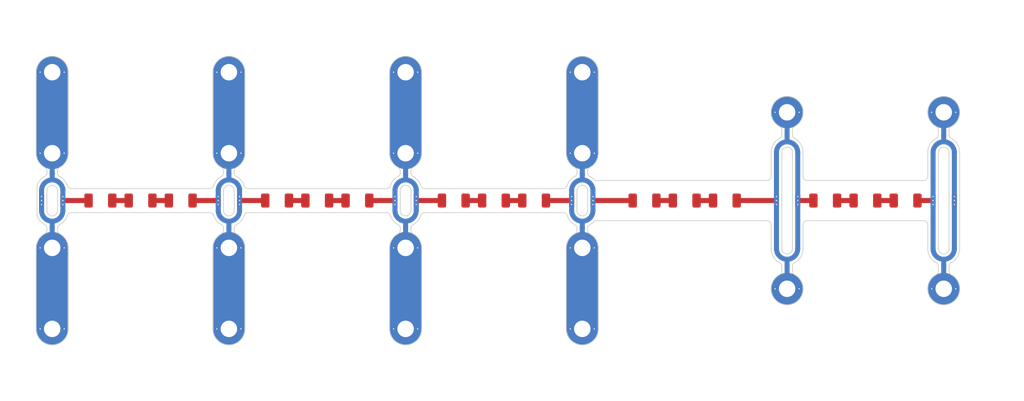
<source format=kicad_pcb>
(kicad_pcb (version 20221018) (generator pcbnew)

  (general
    (thickness 1.6)
  )

  (paper "D")
  (layers
    (0 "F.Cu" signal)
    (31 "B.Cu" signal)
    (32 "B.Adhes" user "B.Adhesive")
    (33 "F.Adhes" user "F.Adhesive")
    (34 "B.Paste" user)
    (35 "F.Paste" user)
    (36 "B.SilkS" user "B.Silkscreen")
    (37 "F.SilkS" user "F.Silkscreen")
    (38 "B.Mask" user)
    (39 "F.Mask" user)
    (40 "Dwgs.User" user "User.Drawings")
    (41 "Cmts.User" user "User.Comments")
    (42 "Eco1.User" user "User.Eco1")
    (43 "Eco2.User" user "User.Eco2")
    (44 "Edge.Cuts" user)
    (45 "Margin" user)
    (46 "B.CrtYd" user "B.Courtyard")
    (47 "F.CrtYd" user "F.Courtyard")
    (48 "B.Fab" user)
    (49 "F.Fab" user)
    (50 "User.1" user)
    (51 "User.2" user)
    (52 "User.3" user)
    (53 "User.4" user)
    (54 "User.5" user)
    (55 "User.6" user)
    (56 "User.7" user)
    (57 "User.8" user)
    (58 "User.9" user)
  )

  (setup
    (stackup
      (layer "F.SilkS" (type "Top Silk Screen"))
      (layer "F.Paste" (type "Top Solder Paste"))
      (layer "F.Mask" (type "Top Solder Mask") (thickness 0.01))
      (layer "F.Cu" (type "copper") (thickness 0.035))
      (layer "dielectric 1" (type "core") (thickness 1.51) (material "FR4") (epsilon_r 4.5) (loss_tangent 0.02))
      (layer "B.Cu" (type "copper") (thickness 0.035))
      (layer "B.Mask" (type "Bottom Solder Mask") (thickness 0.01))
      (layer "B.Paste" (type "Bottom Solder Paste"))
      (layer "B.SilkS" (type "Bottom Silk Screen"))
      (copper_finish "None")
      (dielectric_constraints no)
    )
    (pad_to_mask_clearance 0)
    (pcbplotparams
      (layerselection 0x00010fc_ffffffff)
      (plot_on_all_layers_selection 0x0000000_00000000)
      (disableapertmacros false)
      (usegerberextensions false)
      (usegerberattributes true)
      (usegerberadvancedattributes true)
      (creategerberjobfile true)
      (dashed_line_dash_ratio 12.000000)
      (dashed_line_gap_ratio 3.000000)
      (svgprecision 4)
      (plotframeref false)
      (viasonmask false)
      (mode 1)
      (useauxorigin false)
      (hpglpennumber 1)
      (hpglpenspeed 20)
      (hpglpendiameter 15.000000)
      (dxfpolygonmode true)
      (dxfimperialunits true)
      (dxfusepcbnewfont true)
      (psnegative false)
      (psa4output false)
      (plotreference true)
      (plotvalue true)
      (plotinvisibletext false)
      (sketchpadsonfab false)
      (subtractmaskfromsilk false)
      (outputformat 1)
      (mirror false)
      (drillshape 1)
      (scaleselection 1)
      (outputdirectory "")
    )
  )

  (net 0 "")

  (footprint "Library:HVC2512" (layer "F.Cu") (at 389 250))

  (footprint "Library:HVC2512" (layer "F.Cu") (at 535.5 250 180))

  (footprint "Library:HVC2512" (layer "F.Cu") (at 379 250))

  (footprint "Library:HVC2512" (layer "F.Cu") (at 470.5 250))

  (footprint "Library:HVC2512" (layer "F.Cu") (at 423 250))

  (footprint "Library:HVC2512" (layer "F.Cu") (at 433 250))

  (footprint "Library:HVC2512" (layer "F.Cu") (at 480.5 250 180))

  (footprint "Library:HVC2512" (layer "F.Cu") (at 355 250))

  (footprint "Library:HVC2512" (layer "F.Cu") (at 525.51 250 180))

  (footprint "Library:HVC2512" (layer "F.Cu") (at 490.5 250 180))

  (footprint "Library:HVC2512" (layer "F.Cu") (at 335 250))

  (footprint "Library:HVC2512" (layer "F.Cu") (at 515.5 250 180))

  (footprint "Library:HVC2512" (layer "F.Cu") (at 443 250))

  (footprint "Library:HVC2512" (layer "F.Cu") (at 399 250))

  (footprint "Library:HVC2512" (layer "F.Cu") (at 345 250))

  (footprint "Library:Resistor-link-loop-small" (layer "B.Cu") (at 323 250 180))

  (footprint "Library:MountingHole_4.3mm_M4_DIN965_Pad_TopOnly" (layer "B.Cu") (at 455 282 180))

  (footprint "Library:MountingHole_4.3mm_M4_DIN965_Pad_TopOnly" (layer "B.Cu") (at 411 218 180))

  (footprint "Library:MountingHole_4.3mm_M4_DIN965_Pad_TopOnly" (layer "B.Cu") (at 455 218 180))

  (footprint "Library:MountingHole_4.3mm_M4_DIN965_Pad_TopOnly" (layer "B.Cu") (at 411 238.2 180))

  (footprint "Library:MountingHole_4.3mm_M4_DIN965_Pad_TopOnly" (layer "B.Cu") (at 455 261.8 180))

  (footprint "Library:MountingHole_4.3mm_M4_DIN965_Pad_TopOnly" (layer "B.Cu") (at 411 261.8 180))

  (footprint "Library:MountingHole_4.3mm_M4_DIN965_Pad_TopOnly" (layer "B.Cu") (at 411 282 180))

  (footprint "Library:MountingHole_4.3mm_M4_DIN965_Pad_TopOnly" (layer "B.Cu") (at 323 282 180))

  (footprint "Library:MountingHole_4.3mm_M4_DIN965_Pad_TopOnly" (layer "B.Cu") (at 323 218 180))

  (footprint "Library:MountingHole_4.3mm_M4_DIN965_Pad_TopOnly" (layer "B.Cu") (at 367 261.8 180))

  (footprint "Library:MountingHole_4.3mm_M4_DIN965_Pad_TopOnly" (layer "B.Cu") (at 323 238.2 180))

  (footprint "Library:Resistor-link-loop-small" (layer "B.Cu") (at 367 250 180))

  (footprint "Library:Resistor-link-loop-small" (layer "B.Cu") (at 455 250 180))

  (footprint "Library:MountingHole_4.3mm_M4_DIN965_Pad_TopOnly" (layer "B.Cu") (at 367 218 180))

  (footprint "Library:MountingHole_4.3mm_M4_DIN965_Pad_TopOnly" (layer "B.Cu") (at 506 228))

  (footprint "Library:Resistor-link-loop-small" (layer "B.Cu") (at 411 250 180))

  (footprint "Library:MountingHole_4.3mm_M4_DIN965_Pad_TopOnly" (layer "B.Cu") (at 455 238.2 180))

  (footprint "Library:Resistor-link-loop" (layer "B.Cu") (at 506 250))

  (footprint "Library:MountingHole_4.3mm_M4_DIN965_Pad_TopOnly" (layer "B.Cu") (at 323 261.8 180))

  (footprint "Library:MountingHole_4.3mm_M4_DIN965_Pad_TopOnly" (layer "B.Cu") (at 545 228))

  (footprint "Library:MountingHole_4.3mm_M4_DIN965_Pad_TopOnly" (layer "B.Cu") (at 367 282 180))

  (footprint "Library:MountingHole_4.3mm_M4_DIN965_Pad_TopOnly" (layer "B.Cu") (at 506 272))

  (footprint "Library:MountingHole_4.3mm_M4_DIN965_Pad_TopOnly" (layer "B.Cu") (at 367 238.2 180))

  (footprint "Library:Resistor-link-loop" (layer "B.Cu") (at 545 250))

  (footprint "Library:MountingHole_4.3mm_M4_DIN965_Pad_TopOnly" (layer "B.Cu") (at 545 272))

  (gr_line (start 506 250.01) (end 545 250.01)
    (stroke (width 0.2) (type dash)) (layer "Dwgs.User") (tstamp 042eb71a-a3f5-489d-82f8-b77b32ec6940))
  (gr_line (start 506 250.01) (end 476.5 250.01)
    (stroke (width 0.2) (type dash)) (layer "Dwgs.User") (tstamp 15ced164-4361-4a3a-be6d-c364ede64793))
  (gr_line (start 367 252.51) (end 367 247.51)
    (stroke (width 0.2) (type dash)) (layer "Dwgs.User") (tstamp 2cad1f25-de7c-446f-a089-c1f88e3cb82c))
  (gr_line (start 545 238.01) (end 545 262.01)
    (stroke (width 0.2) (type dash)) (layer "Dwgs.User") (tstamp 368b5051-3dee-4ab8-be2b-6bf53355d624))
  (gr_line (start 411 252.51) (end 411 247.51)
    (stroke (width 0.2) (type dash)) (layer "Dwgs.User") (tstamp 517e8562-f9a7-4407-97b6-16b8dad397b5))
  (gr_line (start 506 238.01) (end 506 262.01)
    (stroke (width 0.2) (type dash)) (layer "Dwgs.User") (tstamp 8a80dbca-a202-4be5-bb6f-805314afb503))
  (gr_line (start 455 252.51) (end 455 247.51)
    (stroke (width 0.2) (type dash)) (layer "Dwgs.User") (tstamp 92b026d0-eb56-4586-93be-167491a09859))
  (gr_line (start 323 252.51) (end 323 247.51)
    (stroke (width 0.2) (type dash)) (layer "Dwgs.User") (tstamp a8333589-ddc2-4e51-9746-f33964a74751))
  (gr_arc (start 326.790019 253.708492) (mid 327.152508 253.203302) (end 327.743482 253.01)
    (stroke (width 0.2) (type solid)) (layer "Edge.Cuts") (tstamp 00120c81-3f0a-4abd-82ff-b3bc6fbfc1d9))
  (gr_arc (start 321.675 247.51) (mid 323 246.185) (end 324.325 247.51)
    (stroke (width 0.2) (type solid)) (layer "Edge.Cuts") (tstamp 008bf0bf-f1cd-4bbe-aab9-08d36e5082c4))
  (gr_line (start 546.325 238.01) (end 546.325 262.01)
    (stroke (width 0.2) (type solid)) (layer "Edge.Cuts") (tstamp 01ec8dd6-001d-48fb-8061-d7251340e6b9))
  (gr_arc (start 326.790019 253.708492) (mid 326.052003 255.056744) (end 324.857663 256.024216)
    (stroke (width 0.2) (type solid)) (layer "Edge.Cuts") (tstamp 0256f63d-f5bd-418c-8c89-318d9f714869))
  (gr_line (start 509.975 244.01) (end 509.975 238.01)
    (stroke (width 0.2) (type solid)) (layer "Edge.Cuts") (tstamp 0317c847-9889-4b85-a874-2da8ab712cfb))
  (gr_arc (start 365.142337 256.024216) (mid 363.947997 255.056744) (end 363.209981 253.708492)
    (stroke (width 0.2) (type solid)) (layer "Edge.Cuts") (tstamp 03d69251-5339-43e0-b4b7-3d61190d15d4))
  (gr_line (start 371 238.21) (end 371 218.01)
    (stroke (width 0.2) (type solid)) (layer "Edge.Cuts") (tstamp 03ed44d5-43a7-475f-b16b-20167ac4dcbe))
  (gr_arc (start 415 282.01) (mid 411 286.01) (end 407 282.01)
    (stroke (width 0.2) (type solid)) (layer "Edge.Cuts") (tstamp 04cf3112-4d1f-4038-b28f-87e11cc22461))
  (gr_line (start 543.675 233.611705) (end 543.675 232.436553)
    (stroke (width 0.2) (type solid)) (layer "Edge.Cuts") (tstamp 054dec7b-a8fb-45c5-84b3-f1a66df37bd8))
  (gr_arc (start 509.975 262.01) (mid 509.404765 264.061393) (end 507.857663 265.524216)
    (stroke (width 0.2) (type solid)) (layer "Edge.Cuts") (tstamp 0762510e-4a87-4e34-8362-30f6ed240d11))
  (gr_arc (start 368.857663 243.995784) (mid 368.468455 243.627779) (end 368.325 243.111705)
    (stroke (width 0.2) (type solid)) (layer "Edge.Cuts") (tstamp 08be213e-c30f-4e46-b6cd-54d5c43caf22))
  (gr_arc (start 507.857663 234.495784) (mid 509.40478 235.958605) (end 509.975 238.01)
    (stroke (width 0.2) (type solid)) (layer "Edge.Cuts") (tstamp 0ab4e245-df18-4133-a4ef-0277081ab067))
  (gr_arc (start 319 218.01) (mid 323 214.01) (end 327 218.01)
    (stroke (width 0.2) (type solid)) (layer "Edge.Cuts") (tstamp 0b2cd178-dab8-4ee5-9374-d4babe5b422e))
  (gr_circle (center 545 250.01) (end 544.99 250.01)
    (stroke (width 0.0001) (type solid)) (fill solid) (layer "Edge.Cuts") (tstamp 0be905be-02d7-4087-abc2-76a3f3680f05))
  (gr_arc (start 507.86 268.468757) (mid 507.469137 268.100656) (end 507.325 267.583447)
    (stroke (width 0.2) (type solid)) (layer "Edge.Cuts") (tstamp 0d2f1138-d0fc-4089-b215-bcef4969962a))
  (gr_line (start 327 261.81) (end 327 282.01)
    (stroke (width 0.2) (type solid)) (layer "Edge.Cuts") (tstamp 0e09709c-22d5-4189-af2e-8c0a4046fbcf))
  (gr_line (start 365.675 243.111705) (end 365.675 242.636553)
    (stroke (width 0.2) (type solid)) (layer "Edge.Cuts") (tstamp 0f92bc7e-44b5-4446-9d89-4185d3aa9ec3))
  (gr_line (start 453.675 252.51) (end 453.675 247.51)
    (stroke (width 0.2) (type solid)) (layer "Edge.Cuts") (tstamp 0f95ee9b-e27d-42ea-82bb-e41245b97c21))
  (gr_arc (start 321.14 241.751243) (mid 321.530878 242.119339) (end 321.675 242.636553)
    (stroke (width 0.2) (type solid)) (layer "Edge.Cuts") (tstamp 0fa641a2-e836-411a-a64d-bc23eff69641))
  (gr_arc (start 543.14 231.551243) (mid 545 224.01) (end 546.86 231.551243)
    (stroke (width 0.2) (type solid)) (layer "Edge.Cuts") (tstamp 11d7949f-48f3-4148-8cbb-e67da9efaf9f))
  (gr_line (start 501.025 245.01) (end 482.825 245.01)
    (stroke (width 0.2) (type solid)) (layer "Edge.Cuts") (tstamp 194de93a-aab7-4cde-91d2-834e8ae3eb42))
  (gr_arc (start 412.857663 243.995784) (mid 414.052003 244.963256) (end 414.790019 246.311508)
    (stroke (width 0.2) (type solid)) (layer "Edge.Cuts") (tstamp 1bf58500-bce7-4bbe-80c9-83eb99a23071))
  (gr_arc (start 453.14 241.751243) (mid 451.576551 240.278816) (end 451 238.21)
    (stroke (width 0.2) (type solid)) (layer "Edge.Cuts") (tstamp 1dee57fc-40d3-43e7-baa6-bbd3281ae645))
  (gr_arc (start 543.142337 265.524216) (mid 543.531547 265.892221) (end 543.675 266.408295)
    (stroke (width 0.2) (type solid)) (layer "Edge.Cuts") (tstamp 2336e8f0-dc08-4279-b1ad-bfb337cca1f2))
  (gr_line (start 456.325 243.111705) (end 456.325 242.636553)
    (stroke (width 0.2) (type solid)) (layer "Edge.Cuts") (tstamp 23904403-7abb-476d-bd25-4ee574718a5e))
  (gr_line (start 453.675 256.908295) (end 453.675 257.383447)
    (stroke (width 0.2) (type solid)) (layer "Edge.Cuts") (tstamp 24023373-e2bb-452f-bc9d-eba488a1bec4))
  (gr_arc (start 507.325 262.01) (mid 506 263.335) (end 504.675 262.01)
    (stroke (width 0.2) (type solid)) (layer "Edge.Cuts") (tstamp 243673ba-b4bb-4ecf-ae69-632c134368ad))
  (gr_arc (start 548.975 262.01) (mid 548.404764 264.061392) (end 546.857663 265.524216)
    (stroke (width 0.2) (type solid)) (layer "Edge.Cuts") (tstamp 24f84dae-3ebd-4fec-aaaf-a19f956f6e6e))
  (gr_arc (start 507.325 232.436553) (mid 507.469163 231.919369) (end 507.86 231.551243)
    (stroke (width 0.2) (type solid)) (layer "Edge.Cuts") (tstamp 250b3f22-f76c-46f1-ba68-9e0bf78d91a6))
  (gr_arc (start 456.325 242.636553) (mid 456.469146 242.119354) (end 456.86 241.751243)
    (stroke (width 0.2) (type solid)) (layer "Edge.Cuts") (tstamp 2532dd25-943d-4bf3-88b7-61d0be26febd))
  (gr_line (start 409.675 252.51) (end 409.675 247.51)
    (stroke (width 0.2) (type solid)) (layer "Edge.Cuts") (tstamp 25fd84a0-643a-4b6a-b47b-0254abd68853))
  (gr_arc (start 319 261.81) (mid 319.576551 259.741184) (end 321.14 258.268757)
    (stroke (width 0.2) (type solid)) (layer "Edge.Cuts") (tstamp 26594a1c-8597-4a09-86e4-bf5aa06e14a2))
  (gr_arc (start 370.790019 253.708492) (mid 370.052003 255.056744) (end 368.857663 256.024216)
    (stroke (width 0.2) (type solid)) (layer "Edge.Cuts") (tstamp 26cf3d1a-af90-4310-aef5-3b5580791377))
  (gr_arc (start 507.325 266.408295) (mid 507.468474 265.89224) (end 507.857663 265.524216)
    (stroke (width 0.2) (type solid)) (layer "Edge.Cuts") (tstamp 27996f54-c6a6-46bd-9073-8783165674be))
  (gr_arc (start 504.675 233.611705) (mid 504.531559 234.127792) (end 504.142337 234.495784)
    (stroke (width 0.2) (type solid)) (layer "Edge.Cuts") (tstamp 27c47597-e32f-4f81-93a6-c473681d3c3e))
  (gr_arc (start 407 261.81) (mid 407.576551 259.741184) (end 409.14 258.268757)
    (stroke (width 0.2) (type solid)) (layer "Edge.Cuts") (tstamp 281ceeb9-e606-4244-abc1-e859990a2b83))
  (gr_arc (start 456.86 258.268757) (mid 458.423449 259.741184) (end 459 261.81)
    (stroke (width 0.2) (type solid)) (layer "Edge.Cuts") (tstamp 2a702e99-50b4-4663-a379-b73bf3369ae6))
  (gr_line (start 541.025 256.01) (end 541.025 262.01)
    (stroke (width 0.2) (type solid)) (layer "Edge.Cuts") (tstamp 2cb79022-6cd8-4c3d-88ee-76aa152e6a44))
  (gr_line (start 548.975 256.01) (end 548.975 262.01)
    (stroke (width 0.2) (type solid)) (layer "Edge.Cuts") (tstamp 2cbda835-7901-455b-87cc-87b02d961a9d))
  (gr_arc (start 543.142337 265.524216) (mid 541.595237 264.061391) (end 541.025 262.01)
    (stroke (width 0.2) (type solid)) (layer "Edge.Cuts") (tstamp 31853bf5-95a5-4752-891c-edcf1e74fb73))
  (gr_arc (start 365.675 247.51) (mid 367 246.185) (end 368.325 247.51)
    (stroke (width 0.2) (type solid)) (layer "Edge.Cuts") (tstamp 32f3792f-2d5d-4721-bb42-ea3a00d163de))
  (gr_arc (start 368.86 258.268757) (mid 370.423449 259.741184) (end 371 261.81)
    (stroke (width 0.2) (type solid)) (layer "Edge.Cuts") (tstamp 3354c897-7722-4be0-8567-00f84c8e7136))
  (gr_arc (start 456.325 252.51) (mid 455 253.835) (end 453.675 252.51)
    (stroke (width 0.2) (type solid)) (layer "Edge.Cuts") (tstamp 341b350b-3f65-4d58-8e4e-e66ade2fd3c0))
  (gr_line (start 507.325 266.408295) (end 507.325 267.583447)
    (stroke (width 0.2) (type solid)) (layer "Edge.Cuts") (tstamp 34e52dd1-c9dd-4ea8-9b36-82db1f137d2e))
  (gr_arc (start 414.790019 253.708492) (mid 414.052003 255.056744) (end 412.857663 256.024216)
    (stroke (width 0.2) (type solid)) (layer "Edge.Cuts") (tstamp 359f256f-38e5-4d5e-a3d0-524b54b212da))
  (gr_arc (start 453.14 241.751243) (mid 453.530878 242.119339) (end 453.675 242.636553)
    (stroke (width 0.2) (type solid)) (layer "Edge.Cuts") (tstamp 37e68da2-2747-4b61-8e7f-d4fef25693e8))
  (gr_line (start 324.325 243.111705) (end 324.325 242.636553)
    (stroke (width 0.2) (type solid)) (layer "Edge.Cuts") (tstamp 386e7b37-67f6-454c-ba1f-c62a5a2b1189))
  (gr_line (start 362.256518 247.01) (end 327.743482 247.01)
    (stroke (width 0.2) (type solid)) (layer "Edge.Cuts") (tstamp 39c52e31-f738-41ad-8237-8b48dcadc31e))
  (gr_line (start 451 238.21) (end 451 218.01)
    (stroke (width 0.2) (type solid)) (layer "Edge.Cuts") (tstamp 3a9d2c0e-4faa-4f66-9851-bd71ed53251a))
  (gr_circle (center 323 250.01) (end 323.01 250.01)
    (stroke (width 0.0001) (type solid)) (fill solid) (layer "Edge.Cuts") (tstamp 3c82b3d8-1222-4ba5-8b4e-725c894124f7))
  (gr_arc (start 546.857663 234.495784) (mid 546.468455 234.127779) (end 546.325 233.611705)
    (stroke (width 0.2) (type solid)) (layer "Edge.Cuts") (tstamp 3d79916d-d77d-4847-a031-5a2e2b24667e))
  (gr_arc (start 546.325 232.436553) (mid 546.469159 231.919362) (end 546.86 231.551243)
    (stroke (width 0.2) (type solid)) (layer "Edge.Cuts") (tstamp 3d99a020-ff43-4340-8659-a9fdf862ad5e))
  (gr_arc (start 502.025 238.01) (mid 502.595237 235.95861) (end 504.142337 234.495784)
    (stroke (width 0.2) (type solid)) (layer "Edge.Cuts") (tstamp 3da8dfac-0773-409c-a087-6a80a22dc3f7))
  (gr_line (start 406.256518 253.01) (end 371.743482 253.01)
    (stroke (width 0.2) (type solid)) (layer "Edge.Cuts") (tstamp 3eeed650-2774-461f-aeb5-21c30f2c1d95))
  (gr_line (start 546.325 233.611705) (end 546.325 232.436553)
    (stroke (width 0.2) (type solid)) (layer "Edge.Cuts") (tstamp 41611fc0-037f-4fd5-9e41-f02b1cc7a4ec))
  (gr_line (start 362.256518 253.01) (end 327.743482 253.01)
    (stroke (width 0.2) (type solid)) (layer "Edge.Cuts") (tstamp 42c7ddbc-5859-4823-aa40-7630e96e4252))
  (gr_arc (start 363 218.01) (mid 367 214.01) (end 371 218.01)
    (stroke (width 0.2) (type solid)) (layer "Edge.Cuts") (tstamp 43eeb317-6571-4016-b2e4-3a09e809ace8))
  (gr_line (start 543.675 266.408295) (end 543.675 267.583447)
    (stroke (width 0.2) (type solid)) (layer "Edge.Cuts") (tstamp 4572c8a6-4049-4f53-b358-fac28a5e8e35))
  (gr_line (start 406.256518 247.01) (end 371.743482 247.01)
    (stroke (width 0.2) (type solid)) (layer "Edge.Cuts") (tstamp 45d9c44c-052f-425f-98db-165aded99609))
  (gr_arc (start 321.14 241.751243) (mid 319.576551 240.278816) (end 319 238.21)
    (stroke (width 0.2) (type solid)) (layer "Edge.Cuts") (tstamp 46163319-064f-4df5-9f81-4a282712d489))
  (gr_line (start 368.325 256.908295) (end 368.325 257.383447)
    (stroke (width 0.2) (type solid)) (layer "Edge.Cuts") (tstamp 4745357f-a387-4960-8360-fdb45146d42b))
  (gr_arc (start 543.14 231.551243) (mid 543.53088 231.919339) (end 543.675 232.436553)
    (stroke (width 0.2) (type solid)) (layer "Edge.Cuts") (tstamp 47db9db5-899c-4797-baa1-59a0285dfcf9))
  (gr_line (start 365.675 252.51) (end 365.675 247.51)
    (stroke (width 0.2) (type solid)) (layer "Edge.Cuts") (tstamp 48cd88d1-f860-4cd6-8515-74ab752cce99))
  (gr_arc (start 321.675 257.383447) (mid 321.530854 257.900646) (end 321.14 258.268757)
    (stroke (width 0.2) (type solid)) (layer "Edge.Cuts") (tstamp 4a12492a-9027-49a3-95f0-665fb51838fa))
  (gr_arc (start 543.675 267.583447) (mid 543.530843 268.10064) (end 543.14 268.468757)
    (stroke (width 0.2) (type solid)) (layer "Edge.Cuts") (tstamp 4a6fcc51-9e02-4328-b35e-3b75e2e1d648))
  (gr_arc (start 456.857663 243.995784) (mid 457.368647 244.317801) (end 457.824944 244.713518)
    (stroke (width 0.2) (type solid)) (layer "Edge.Cuts") (tstamp 4b57b43d-a733-48b3-8567-f2bb73f36f97))
  (gr_line (start 407 261.81) (end 407 282.01)
    (stroke (width 0.2) (type solid)) (layer "Edge.Cuts") (tstamp 4c987f7f-678b-481e-aec7-aaea1ad54611))
  (gr_arc (start 412.325 252.51) (mid 411 253.835) (end 409.675 252.51)
    (stroke (width 0.2) (type solid)) (layer "Edge.Cuts") (tstamp 4eb9e38c-b5a1-4980-bd7c-b8f435062570))
  (gr_arc (start 319.209981 246.311508) (mid 319.947997 244.963256) (end 321.142337 243.995784)
    (stroke (width 0.2) (type solid)) (layer "Edge.Cuts") (tstamp 4fb3c2dd-ecfc-4d05-a308-ad0dc0c588da))
  (gr_line (start 507.325 233.611705) (end 507.325 232.436553)
    (stroke (width 0.2) (type solid)) (layer "Edge.Cuts") (tstamp 51d0c433-80a3-4608-bee8-7a6f3acb4398))
  (gr_line (start 509.975 256.01) (end 509.975 262.01)
    (stroke (width 0.2) (type solid)) (layer "Edge.Cuts") (tstamp 530ba1e6-bd2f-47d1-9815-8e1721c65bb3))
  (gr_arc (start 324.325 256.908295) (mid 324.468457 256.392223) (end 324.857663 256.024216)
    (stroke (width 0.2) (type solid)) (layer "Edge.Cuts") (tstamp 532a8c0b-7297-4500-99af-3a87184b4f7b))
  (gr_line (start 415 261.81) (end 415 282.01)
    (stroke (width 0.2) (type solid)) (layer "Edge.Cuts") (tstamp 5416135c-c5a6-4b7b-95c8-67d386330496))
  (gr_arc (start 409.675 243.111705) (mid 409.531543 243.627777) (end 409.142337 243.995784)
    (stroke (width 0.2) (type solid)) (layer "Edge.Cuts") (tstamp 551b6a31-adcf-464d-96ea-03e282029a11))
  (gr_arc (start 456.325 256.908295) (mid 456.468457 256.392223) (end 456.857663 256.024216)
    (stroke (width 0.2) (type solid)) (layer "Edge.Cuts") (tstamp 55aa2ced-70f9-4366-aaeb-2f6c6c25d106))
  (gr_arc (start 543.675 238.01) (mid 545 236.685) (end 546.325 238.01)
    (stroke (width 0.2) (type solid)) (layer "Edge.Cuts") (tstamp 55ebeefb-695b-4c93-9106-3e896ac11cf8))
  (gr_arc (start 365.14 241.751243) (mid 365.530878 242.119339) (end 365.675 242.636553)
    (stroke (width 0.2) (type solid)) (layer "Edge.Cuts") (tstamp 56fb17ca-518d-4ef2-8241-a8e5257afab7))
  (gr_line (start 456.325 252.51) (end 456.325 247.51)
    (stroke (width 0.2) (type solid)) (layer "Edge.Cuts") (tstamp 59390bd6-959a-45e7-b284-dd65d43a6c67))
  (gr_arc (start 324.325 242.636553) (mid 324.469146 242.119354) (end 324.86 241.751243)
    (stroke (width 0.2) (type solid)) (layer "Edge.Cuts") (tstamp 597789a2-ed06-4238-9de8-4c4f99eeda76))
  (gr_line (start 456.325 256.908295) (end 456.325 257.383447)
    (stroke (width 0.2) (type solid)) (layer "Edge.Cuts") (tstamp 5b562297-d979-4768-9106-2758ff5328ba))
  (gr_arc (start 456.857663 243.995784) (mid 456.468455 243.627779) (end 456.325 243.111705)
    (stroke (width 0.2) (type solid)) (layer "Edge.Cuts") (tstamp 5b80e4e6-cc57-4e94-8f06-4474cb82ce5d))
  (gr_arc (start 453.142337 256.024216) (mid 451.947997 255.056744) (end 451.209981 253.708492)
    (stroke (width 0.2) (type solid)) (layer "Edge.Cuts") (tstamp 5d451ae5-5a0e-46d0-a651-0197863df0b7))
  (gr_line (start 324.325 256.908295) (end 324.325 257.383447)
    (stroke (width 0.2) (type solid)) (layer "Edge.Cuts") (tstamp 5fd1a6b3-c1ad-4dc5-804d-1dcd3ebc021a))
  (gr_arc (start 412.86 258.268757) (mid 412.469122 257.900661) (end 412.325 257.383447)
    (stroke (width 0.2) (type solid)) (layer "Edge.Cuts") (tstamp 61c3eb74-f9aa-4798-9836-ed8dbdef7a3b))
  (gr_line (start 368.325 243.111705) (end 368.325 242.636553)
    (stroke (width 0.2) (type solid)) (layer "Edge.Cuts") (tstamp 623cd53a-8227-4772-a9a5-3828e470fdee))
  (gr_line (start 543.675 238.01) (end 543.675 262.01)
    (stroke (width 0.2) (type solid)) (layer "Edge.Cuts") (tstamp 6252e616-2b99-41a8-b2c3-c1164c7d9d9e))
  (gr_arc (start 457.824944 255.306482) (mid 457.368647 255.702199) (end 456.857663 256.024216)
    (stroke (width 0.2) (type solid)) (layer "Edge.Cuts") (tstamp 64edab53-bc2f-437e-9bef-76469b87537c))
  (gr_arc (start 507.857663 234.495784) (mid 507.46847 234.127775) (end 507.325 233.611705)
    (stroke (width 0.2) (type solid)) (layer "Edge.Cuts") (tstamp 65d14186-ca68-4c9d-83fa-0de51af0e902))
  (gr_arc (start 501.025 255.01) (mid 501.732122 255.302891) (end 502.025 256.01)
    (stroke (width 0.2) (type solid)) (layer "Edge.Cuts") (tstamp 67acbb62-6d56-41e8-8ea1-623244dbf995))
  (gr_arc (start 409.142337 256.024216) (mid 409.531545 256.392221) (end 409.675 256.908295)
    (stroke (width 0.2) (type solid)) (layer "Edge.Cuts") (tstamp 69d1ec2e-3e98-4283-a4fb-e3eb99d26bb7))
  (gr_line (start 502.025 244.01) (end 502.025 238.01)
    (stroke (width 0.2) (type solid)) (layer "Edge.Cuts") (tstamp 6aa33ce2-a856-4137-8cc4-4334a8f380dd))
  (gr_line (start 502.025 256.01) (end 502.025 262.01)
    (stroke (width 0.2) (type solid)) (layer "Edge.Cuts") (tstamp 6b149a3f-7724-47c1-a607-97bdf653bffb))
  (gr_line (start 450.256518 247.01) (end 415.743482 247.01)
    (stroke (width 0.2) (type solid)) (layer "Edge.Cuts") (tstamp 6bf436a6-265d-4e47-866e-2fa70134b40b))
  (gr_arc (start 453.675 243.111705) (mid 453.531543 243.627777) (end 453.142337 243.995784)
    (stroke (width 0.2) (type solid)) (layer "Edge.Cuts") (tstamp 6f1c46fb-6b1c-4f39-a63e-8dd3195b973e))
  (gr_line (start 412.325 256.908295) (end 412.325 257.383447)
    (stroke (width 0.2) (type solid)) (layer "Edge.Cuts") (tstamp 71dc16c5-2a32-43f4-9483-748f395088a6))
  (gr_arc (start 371.743482 247.01) (mid 371.152518 246.816685) (end 370.790019 246.311508)
    (stroke (width 0.2) (type solid)) (layer "Edge.Cuts") (tstamp 7311eb76-c104-425d-b8f5-99a5ee377500))
  (gr_arc (start 368.86 258.268757) (mid 368.469122 257.900661) (end 368.325 257.383447)
    (stroke (width 0.2) (type solid)) (layer "Edge.Cuts") (tstamp 73ada039-39f1-4316-94ac-1bcd745cd25b))
  (gr_arc (start 409.142337 256.024216) (mid 407.947997 255.056744) (end 407.209981 253.708492)
    (stroke (width 0.2) (type solid)) (layer "Edge.Cuts") (tstamp 73cb8f35-739b-4558-90c2-c6401a781860))
  (gr_arc (start 543.675 233.611705) (mid 543.531541 234.127775) (end 543.142337 234.495784)
    (stroke (width 0.2) (type solid)) (layer "Edge.Cuts") (tstamp 7492ac4b-1f2e-4716-a1ae-44b9cc20eb48))
  (gr_line (start 546.325 266.408295) (end 546.325 267.583447)
    (stroke (width 0.2) (type solid)) (layer "Edge.Cuts") (tstamp 778a0172-77da-4195-a802-dc5079f6fc12))
  (gr_line (start 321.675 243.111705) (end 321.675 242.636553)
    (stroke (width 0.2) (type solid)) (layer "Edge.Cuts") (tstamp 78c96ba4-47d4-439d-a0fe-06463045e92e))
  (gr_line (start 504.675 238.01) (end 504.675 262.01)
    (stroke (width 0.2) (type solid)) (layer "Edge.Cuts") (tstamp 7b46a4ca-c474-4a40-96a7-49265a1ae24a))
  (gr_arc (start 459 282.01) (mid 455 286.01) (end 451 282.01)
    (stroke (width 0.2) (type solid)) (layer "Edge.Cuts") (tstamp 7bf887c1-8f49-4839-8bc5-c79effae2057))
  (gr_arc (start 368.325 242.636553) (mid 368.469146 242.119354) (end 368.86 241.751243)
    (stroke (width 0.2) (type solid)) (layer "Edge.Cuts") (tstamp 7d4f105a-bc61-4bbc-9a72-22ae55f0b1f6))
  (gr_line (start 368.325 252.51) (end 368.325 247.51)
    (stroke (width 0.2) (type solid)) (layer "Edge.Cuts") (tstamp 7e51b923-18b4-4fcc-8ec6-8ad3a85038d7))
  (gr_arc (start 451 218.01) (mid 455 214.01) (end 459 218.01)
    (stroke (width 0.2) (type solid)) (layer "Edge.Cuts") (tstamp 7f4ea3ce-6d34-48ee-b0dd-50d495a0951d))
  (gr_arc (start 546.857663 234.495784) (mid 548.404765 235.958608) (end 548.975 238.01)
    (stroke (width 0.2) (type solid)) (layer "Edge.Cuts") (tstamp 84701467-aa8d-4891-b885-a5097d8d307b))
  (gr_arc (start 504.675 238.01) (mid 506 236.685) (end 507.325 238.01)
    (stroke (width 0.2) (type solid)) (layer "Edge.Cuts") (tstamp 851017d9-6ab3-464e-bf0b-71ddb7eee7b7))
  (gr_arc (start 365.675 243.111705) (mid 365.531543 243.627777) (end 365.142337 243.995784)
    (stroke (width 0.2) (type solid)) (layer "Edge.Cuts") (tstamp 85805537-3332-4d9e-befb-a2e178c0b917))
  (gr_arc (start 327 282.01) (mid 323 286.01) (end 319 282.01)
    (stroke (width 0.2) (type solid)) (layer "Edge.Cuts") (tstamp 86ae15ec-39f1-49b7-ad15-8eda496b98b0))
  (gr_arc (start 450.256518 253.01) (mid 450.847482 253.203315) (end 451.209981 253.708492)
    (stroke (width 0.2) (type solid)) (layer "Edge.Cuts") (tstamp 87973f1f-c641-4cf1-b3ce-a19f905135ed))
  (gr_arc (start 327.743482 247.01) (mid 327.152518 246.816685) (end 326.790019 246.311508)
    (stroke (width 0.2) (type solid)) (layer "Edge.Cuts") (tstamp 8808e16e-6006-4678-8444-08cd977a2778))
  (gr_arc (start 412.857663 243.995784) (mid 412.468455 243.627779) (end 412.325 243.111705)
    (stroke (width 0.2) (type solid)) (layer "Edge.Cuts") (tstamp 8847f1f0-6fda-474b-877a-32dec308ad8e))
  (gr_line (start 409.675 256.908295) (end 409.675 257.383447)
    (stroke (width 0.2) (type solid)) (layer "Edge.Cuts") (tstamp 8a69a0ea-1e5a-4d61-ba3f-f1e9a1a028e6))
  (gr_arc (start 546.86 268.468757) (mid 545 276.01) (end 543.14 268.468757)
    (stroke (width 0.2) (type solid)) (layer "Edge.Cuts") (tstamp 8b18d1fa-f1b5-45bd-82f2-df8bc48d1e72))
  (gr_arc (start 504.14 231.551243) (mid 504.530857 231.919345) (end 504.675 232.436553)
    (stroke (width 0.2) (type solid)) (layer "Edge.Cuts") (tstamp 8c3025db-f74e-45b9-97a1-ef29fc25ab41))
  (gr_line (start 450.256518 253.01) (end 415.743482 253.01)
    (stroke (width 0.2) (type solid)) (layer "Edge.Cuts") (tstamp 8c630504-ac53-4677-a87b-c5885af655db))
  (gr_line (start 407 238.21) (end 407 218.01)
    (stroke (width 0.2) (type solid)) (layer "Edge.Cuts") (tstamp 8c8115fa-9c3d-4fd6-9a30-87c586ef69c1))
  (gr_arc (start 409.675 257.383447) (mid 409.530854 257.900646) (end 409.14 258.268757)
    (stroke (width 0.2) (type solid)) (layer "Edge.Cuts") (tstamp 8cf32723-daab-4366-9cc8-d2fb02e80f95))
  (gr_arc (start 321.142337 256.024216) (mid 319.947997 255.056744) (end 319.209981 253.708492)
    (stroke (width 0.2) (type solid)) (layer "Edge.Cuts") (tstamp 8e27a37e-f397-4e33-815b-818c374ebc6b))
  (gr_arc (start 324.857663 243.995784) (mid 326.052003 244.963256) (end 326.790019 246.311508)
    (stroke (width 0.2) (type solid)) (layer "Edge.Cuts") (tstamp 8e5edb9f-c602-49e1-9d27-81574d3308c2))
  (gr_arc (start 321.675 243.111705) (mid 321.531543 243.627777) (end 321.142337 243.995784)
    (stroke (width 0.2) (type solid)) (layer "Edge.Cuts") (tstamp 8f1abe71-bf4b-426e-94fb-9e40c8900d68))
  (gr_arc (start 457.824944 255.306482) (mid 458.1506 255.087089) (end 458.535622 255.01)
    (stroke (width 0.2) (type solid)) (layer "Edge.Cuts") (tstamp 8fa630cb-b7fe-4b8c-8989-41a6c552b102))
  (gr_arc (start 365.14 241.751243) (mid 363.576551 240.278816) (end 363 238.21)
    (stroke (width 0.2) (type solid)) (layer "Edge.Cuts") (tstamp 8fd7e089-3dc4-416d-8e3b-78bc9d1a1604))
  (gr_arc (start 507.86 268.468757) (mid 506 276.01) (end 504.14 268.468757)
    (stroke (width 0.2) (type solid)) (layer "Edge.Cuts") (tstamp 910a6a3c-36c1-49ec-b2af-3bea68a434e6))
  (gr_arc (start 368.325 256.908295) (mid 368.468457 256.392223) (end 368.857663 256.024216)
    (stroke (width 0.2) (type solid)) (layer "Edge.Cuts") (tstamp 911b398c-bfe7-4f97-a9e2-426529d0c606))
  (gr_arc (start 502.025 244.01) (mid 501.732122 244.717135) (end 501.025 245.01)
    (stroke (width 0.2) (type solid)) (layer "Edge.Cuts") (tstamp 937c279e-8c44-4eeb-a606-6d3b814554f1))
  (gr_arc (start 412.86 258.268757) (mid 414.423449 259.741184) (end 415 261.81)
    (stroke (width 0.2) (type solid)) (layer "Edge.Cuts") (tstamp 954fffcf-50ca-49bc-9c72-374a1f3db3fb))
  (gr_line (start 321.675 252.51) (end 321.675 247.51)
    (stroke (width 0.2) (type solid)) (layer "Edge.Cuts") (tstamp 968607c7-2634-40ba-a5dc-80d0c774e46f))
  (gr_line (start 458.535622 255.01) (end 471.35 255.01)
    (stroke (width 0.2) (type solid)) (layer "Edge.Cuts") (tstamp 9a6edeec-2d9c-4419-85c0-4eb07e03fe1e))
  (gr_arc (start 546.325 266.408295) (mid 546.468457 265.892223) (end 546.857663 265.524216)
    (stroke (width 0.2) (type solid)) (layer "Edge.Cuts") (tstamp 9d09a6c9-717b-49c5-8a47-3039808786dc))
  (gr_line (start 319.209981 246.311508) (end 319.209981 253.708492)
    (stroke (width 0.2) (type default)) (layer "Edge.Cuts") (tstamp 9e551f44-8f6d-4919-80bc-116110026152))
  (gr_line (start 540.025 245.01) (end 510.975 245.01)
    (stroke (width 0.2) (type solid)) (layer "Edge.Cuts") (tstamp 9f574f1b-6d9b-4823-9af9-be3de5453533))
  (gr_arc (start 368.857663 243.995784) (mid 370.052003 244.963256) (end 370.790019 246.311508)
    (stroke (width 0.2) (type solid)) (layer "Edge.Cuts") (tstamp a1148c18-afbc-4261-b3e9-a578647768a7))
  (gr_arc (start 459 238.21) (mid 458.423449 240.278816) (end 456.86 241.751243)
    (stroke (width 0.2) (type solid)) (layer "Edge.Cuts") (tstamp a1bc47ce-c12b-4e81-816f-72a9220bd6db))
  (gr_arc (start 546.86 268.468757) (mid 546.469123 268.10066) (end 546.325 267.583447)
    (stroke (width 0.2) (type solid)) (layer "Edge.Cuts") (tstamp a334a132-5e38-4da4-a140-6533bb79ff5f))
  (gr_arc (start 368.325 252.51) (mid 367 253.835) (end 365.675 252.51)
    (stroke (width 0.2) (type solid)) (layer "Edge.Cuts") (tstamp a4a767ba-737c-4c65-b9bd-e810944429c5))
  (gr_arc (start 415.743482 247.01) (mid 415.152518 246.816685) (end 414.790019 246.311508)
    (stroke (width 0.2) (type solid)) (layer "Edge.Cuts") (tstamp a4f683fc-9c30-4322-badd-f4b1e1720a35))
  (gr_line (start 321.675 256.908295) (end 321.675 257.383447)
    (stroke (width 0.2) (type solid)) (layer "Edge.Cuts") (tstamp a520195a-08b6-4057-b814-d85fc43a4eb0))
  (gr_arc (start 458.535622 245.01) (mid 458.150601 244.932908) (end 457.824944 244.713518)
    (stroke (width 0.2) (type solid)) (layer "Edge.Cuts") (tstamp a530bccb-d462-4311-b557-7bdd596e1981))
  (gr_line (start 458.535622 245.01) (end 471.35 245.01)
    (stroke (width 0.2) (type solid)) (layer "Edge.Cuts") (tstamp a53b7149-34db-4df6-a5cf-1d7025585908))
  (gr_arc (start 363 261.81) (mid 363.576551 259.741184) (end 365.14 258.268757)
    (stroke (width 0.2) (type solid)) (layer "Edge.Cuts") (tstamp a5b01204-d165-4e64-9d25-a7077b98671d))
  (gr_circle (center 506 250.01) (end 505.99 250.01)
    (stroke (width 0.0001) (type solid)) (fill solid) (layer "Edge.Cuts") (tstamp a5d669d7-2310-4f15-b0a8-0c6cfb9665df))
  (gr_line (start 324.325 252.51) (end 324.325 247.51)
    (stroke (width 0.2) (type solid)) (layer "Edge.Cuts") (tstamp a5f0bac8-cf05-49ad-80f0-2397044bac20))
  (gr_arc (start 504.14 231.551243) (mid 506 224.01) (end 507.86 231.551243)
    (stroke (width 0.2) (type solid)) (layer "Edge.Cuts") (tstamp a6ab0cb9-e476-4b97-aa9f-ca28f972ee2e))
  (gr_line (start 319 261.81) (end 319 282.01)
    (stroke (width 0.2) (type solid)) (layer "Edge.Cuts") (tstamp a83fe532-33ae-4d68-9713-987e489cdc87))
  (gr_circle (center 411 250.01) (end 411.01 250.01)
    (stroke (width 0.0001) (type solid)) (fill solid) (layer "Edge.Cuts") (tstamp a8a3707b-4da9-4611-a74c-4654a60dc512))
  (gr_arc (start 371 282.01) (mid 367 286.01) (end 363 282.01)
    (stroke (width 0.2) (type solid)) (layer "Edge.Cuts") (tstamp a8b08584-b82c-4ec1-8941-33fbbc3c9257))
  (gr_arc (start 546.325 262.01) (mid 545 263.335) (end 543.675 262.01)
    (stroke (width 0.2) (type solid)) (layer "Edge.Cuts") (tstamp a90ff267-18e3-4bdc-80e2-d63fefdbf09c))
  (gr_line (start 409.675 243.111705) (end 409.675 242.636553)
    (stroke (width 0.2) (type solid)) (layer "Edge.Cuts") (tstamp ac94c298-09bd-4b23-9ea4-059161a80c67))
  (gr_arc (start 453.142337 256.024216) (mid 453.531545 256.392221) (end 453.675 256.908295)
    (stroke (width 0.2) (type solid)) (layer "Edge.Cuts") (tstamp ac9e07a9-c0e8-44b0-9c83-db98a00633f9))
  (gr_arc (start 541.025 238.01) (mid 541.595236 235.958608) (end 543.142337 234.495784)
    (stroke (width 0.2) (type solid)) (layer "Edge.Cuts") (tstamp acf3eab1-56f2-426a-aa81-c1205d5b6235))
  (gr_arc (start 407.209981 246.311508) (mid 406.847492 246.816698) (end 406.256518 247.01)
    (stroke (width 0.2) (type solid)) (layer "Edge.Cuts") (tstamp ad1cad6f-62a7-4cac-8f1d-3580c62e41e0))
  (gr_arc (start 453.675 247.51) (mid 455 246.185) (end 456.325 247.51)
    (stroke (width 0.2) (type solid)) (layer "Edge.Cuts") (tstamp adbfe658-1a31-42a7-9b93-bd73cd399759))
  (gr_arc (start 540.025 255.01) (mid 540.732122 255.302891) (end 541.025 256.01)
    (stroke (width 0.2) (type solid)) (layer "Edge.Cuts") (tstamp b36632bb-208f-48a8-9842-8f9ab6cfca44))
  (gr_arc (start 327 238.21) (mid 326.423449 240.278816) (end 324.86 241.751243)
    (stroke (width 0.2) (type solid)) (layer "Edge.Cuts") (tstamp b3d3aa92-5936-42f5-82f4-b4558f006125))
  (gr_arc (start 365.675 257.383447) (mid 365.530854 257.900646) (end 365.14 258.268757)
    (stroke (width 0.2) (type solid)) (layer "Edge.Cuts") (tstamp b5658b87-68f2-4e7e-8cd7-d083f1bb026f))
  (gr_arc (start 407 218.01) (mid 411 214.01) (end 415 218.01)
    (stroke (width 0.2) (type solid)) (layer "Edge.Cuts") (tstamp b77c2e3f-fd12-41ac-af71-63420e9f62fa))
  (gr_arc (start 451 261.81) (mid 451.576551 259.741184) (end 453.14 258.268757)
    (stroke (width 0.2) (type solid)) (layer "Edge.Cuts") (tstamp b80e9a9e-583e-43b7-aef0-442134ce4b76))
  (gr_arc (start 412.325 256.908295) (mid 412.468457 256.392223) (end 412.857663 256.024216)
    (stroke (width 0.2) (type solid)) (layer "Edge.Cuts") (tstamp b923d52a-cf01-43ae-a351-85fbc44e82db))
  (gr_line (start 453.675 243.111705) (end 453.675 242.636553)
    (stroke (width 0.2) (type solid)) (layer "Edge.Cuts") (tstamp ba2e2b1a-1319-4dc0-abbf-8a6a2d255d55))
  (gr_arc (start 370.790019 253.708492) (mid 371.152508 253.203302) (end 371.743482 253.01)
    (stroke (width 0.2) (type solid)) (layer "Edge.Cuts") (tstamp ba94b02c-76f1-4b19-8654-fef87326df76))
  (gr_arc (start 324.325 252.51) (mid 323 253.835) (end 321.675 252.51)
    (stroke (width 0.2) (type solid)) (layer "Edge.Cuts") (tstamp bb16a680-f832-44a7-b780-92e8d9c869bc))
  (gr_arc (start 541.025 244.01) (mid 540.732108 244.717109) (end 540.025 245.01)
    (stroke (width 0.2) (type solid)) (layer "Edge.Cuts") (tstamp c14d4e51-504d-494c-82ae-94153be66926))
  (gr_arc (start 415 238.21) (mid 414.423449 240.278816) (end 412.86 241.751243)
    (stroke (width 0.2) (type solid)) (layer "Edge.Cuts") (tstamp c188096e-30eb-47d2-8823-cca52569c13c))
  (gr_arc (start 453.675 257.383447) (mid 453.530854 257.900646) (end 453.14 258.268757)
    (stroke (width 0.2) (type solid)) (layer "Edge.Cuts") (tstamp c1ded9f2-fbb8-4b77-86be-fbf436bfd48c))
  (gr_line (start 319 238.21) (end 319 218.01)
    (stroke (width 0.2) (type solid)) (layer "Edge.Cuts") (tstamp c2b24306-d240-48bf-b4fd-6ff19271a539))
  (gr_line (start 540.025 255.01) (end 510.975 255.01)
    (stroke (width 0.2) (type solid)) (layer "Edge.Cuts") (tstamp c39f513c-4e9f-49af-b9e8-6ca8076bc257))
  (gr_arc (start 409.14 241.751243) (mid 409.530878 242.119339) (end 409.675 242.636553)
    (stroke (width 0.2) (type solid)) (layer "Edge.Cuts") (tstamp c5807165-0846-4cf5-8564-9c60e5bd6698))
  (gr_arc (start 362.256518 253.01) (mid 362.847482 253.203315) (end 363.209981 253.708492)
    (stroke (width 0.2) (type solid)) (layer "Edge.Cuts") (tstamp c5f3736b-40b4-4cc2-a9e4-f4909979982e))
  (gr_line (start 415 238.21) (end 415 218.01)
    (stroke (width 0.2) (type solid)) (layer "Edge.Cuts") (tstamp c8127b1a-5158-4d5b-b683-f1ec1775188f))
  (gr_arc (start 321.142337 256.024216) (mid 321.531545 256.392221) (end 321.675 256.908295)
    (stroke (width 0.2) (type solid)) (layer "Edge.Cuts") (tstamp cb5f7dc7-2219-4ed2-bc12-2001b402b49c))
  (gr_arc (start 371 238.21) (mid 370.423449 240.278816) (end 368.86 241.751243)
    (stroke (width 0.2) (type solid)) (layer "Edge.Cuts") (tstamp cfeb70bb-37bd-4e63-bd41-a2fdce9cd593))
  (gr_line (start 459 261.81) (end 459 282.01)
    (stroke (width 0.2) (type solid)) (layer "Edge.Cuts") (tstamp d14017e6-ca4e-4216-891f-4caa79c66068))
  (gr_circle (center 455 250.01) (end 455.01 250.01)
    (stroke (width 0.0001) (type solid)) (fill solid) (layer "Edge.Cuts") (tstamp d264befe-dd5c-436a-9f8f-ee2caa10e19b))
  (gr_arc (start 504.142337 265.524216) (mid 502.595252 264.061388) (end 502.025 262.01)
    (stroke (width 0.2) (type solid)) (layer "Edge.Cuts") (tstamp d2ac6456-4249-4e6b-8b35-17ad176f2239))
  (gr_arc (start 504.675 267.583447) (mid 504.530882 268.100659) (end 504.14 268.468757)
    (stroke (width 0.2) (type solid)) (layer "Edge.Cuts") (tstamp d56878af-a22f-4aeb-9ba1-c580aa003cbe))
  (gr_circle (center 367 250.01) (end 367.01 250.01)
    (stroke (width 0.0001) (type solid)) (fill solid) (layer "Edge.Cuts") (tstamp d568be7e-a430-4811-a760-42be981e0665))
  (gr_arc (start 451.209981 246.311508) (mid 450.847492 246.816698) (end 450.256518 247.01)
    (stroke (width 0.2) (type solid)) (layer "Edge.Cuts") (tstamp d61cedc7-5f0a-46d6-bd39-1d449918150a))
  (gr_arc (start 504.142337 265.524216) (mid 504.531525 265.892226) (end 504.675 266.408295)
    (stroke (width 0.2) (type solid)) (layer "Edge.Cuts") (tstamp d647e24a-f771-4949-93b0-c6107a8621a5))
  (gr_line (start 482.825 245.01) (end 471.35 245.01)
    (stroke (width 0.2) (type default)) (layer "Edge.Cuts") (tstamp d782f0b1-f76b-4664-9fa7-5f9230b2e59c))
  (gr_line (start 504.675 266.408295) (end 504.675 267.583447)
    (stroke (width 0.2) (type solid)) (layer "Edge.Cuts") (tstamp d7bec5c5-0313-4385-b500-e20ff4a239fd))
  (gr_line (start 548.975 256.01) (end 548.975 244.01)
    (stroke (width 0.2) (type solid)) (layer "Edge.Cuts") (tstamp d84ac885-4f02-41db-9192-088f7f6c249a))
  (gr_arc (start 412.325 242.636553) (mid 412.469146 242.119354) (end 412.86 241.751243)
    (stroke (width 0.2) (type solid)) (layer "Edge.Cuts") (tstamp d8758a75-566e-4e53-a95b-85b35bc71d67))
  (gr_arc (start 409.675 247.51) (mid 411 246.185) (end 412.325 247.51)
    (stroke (width 0.2) (type solid)) (layer "Edge.Cuts") (tstamp d88e7ba4-c36d-425f-a7fe-c8b09585ee85))
  (gr_arc (start 363.209981 246.311508) (mid 362.847492 246.816698) (end 362.256518 247.01)
    (stroke (width 0.2) (type solid)) (layer "Edge.Cuts") (tstamp d8d5b3f8-50bd-4ece-9420-6ddf42be1aa6))
  (gr_arc (start 407.209981 246.311508) (mid 407.947997 244.963256) (end 409.142337 243.995784)
    (stroke (width 0.2) (type solid)) (layer "Edge.Cuts") (tstamp d9983b04-6182-4622-a2cb-d1b2f6485b4a))
  (gr_arc (start 365.142337 256.024216) (mid 365.531545 256.392221) (end 365.675 256.908295)
    (stroke (width 0.2) (type solid)) (layer "Edge.Cuts") (tstamp dab1ffd1-6e41-4f67-87fe-ea16cb9e2a45))
  (gr_line (start 365.675 256.908295) (end 365.675 257.383447)
    (stroke (width 0.2) (type solid)) (layer "Edge.Cuts") (tstamp db40c169-1095-40c3-85c5-192d59992c80))
  (gr_line (start 482.825 255.01) (end 471.35 255.01)
    (stroke (width 0.2) (type default)) (layer "Edge.Cuts") (tstamp db7d6cce-b8c8-40c5-b3f9-1636d705ed01))
  (gr_arc (start 324.857663 243.995784) (mid 324.468455 243.627779) (end 324.325 243.111705)
    (stroke (width 0.2) (type solid)) (layer "Edge.Cuts") (tstamp dc5bef82-a369-4cbc-9b32-e8ec8552cba9))
  (gr_arc (start 409.14 241.751243) (mid 407.576551 240.278816) (end 407 238.21)
    (stroke (width 0.2) (type solid)) (layer "Edge.Cuts") (tstamp dc62568e-6283-4d95-adbc-422b5be57726))
  (gr_line (start 412.325 252.51) (end 412.325 247.51)
    (stroke (width 0.2) (type solid)) (layer "Edge.Cuts") (tstamp de593116-453b-4991-b6a8-fa12bfe725c0))
  (gr_line (start 507.325 238.01) (end 507.325 262.01)
    (stroke (width 0.2) (type solid)) (layer "Edge.Cuts") (tstamp deb2cacf-e21f-4437-9b1d-13d7b4dc4f63))
  (gr_arc (start 406.256518 253.01) (mid 406.847482 253.203315) (end 407.209981 253.708492)
    (stroke (width 0.2) (type solid)) (layer "Edge.Cuts") (tstamp e05e1ff9-ba63-48a4-9030-2136b615ca5c))
  (gr_line (start 412.325 243.111705) (end 412.325 242.636553)
    (stroke (width 0.2) (type solid)) (layer "Edge.Cuts") (tstamp e18fcde1-50e4-4981-8896-49fc1b217db7))
  (gr_line (start 501.025 255.01) (end 482.825 255.01)
    (stroke (width 0.2) (type solid)) (layer "Edge.Cuts") (tstamp e20b8292-2d46-408a-b08e-04809d70f3d1))
  (gr_line (start 363 238.21) (end 363 218.01)
    (stroke (width 0.2) (type solid)) (layer "Edge.Cuts") (tstamp e29172e8-c8f2-4deb-b70d-7e87d25b9168))
  (gr_line (start 327 238.21) (end 327 218.01)
    (stroke (width 0.2) (type solid)) (layer "Edge.Cuts") (tstamp e32d057d-05fa-4a74-98a1-e091f36608be))
  (gr_arc (start 363.209981 246.311508) (mid 363.947997 244.963256) (end 365.142337 243.995784)
    (stroke (width 0.2) (type solid)) (layer "Edge.Cuts") (tstamp e3e83759-94d4-43a7-99a6-9df9ac8cb9dd))
  (gr_arc (start 509.975 256.01) (mid 510.267908 255.302921) (end 510.975 255.01)
    (stroke (width 0.2) (type solid)) (layer "Edge.Cuts") (tstamp e3fda957-12ae-42db-ae83-5daa4f4bc3a9))
  (gr_line (start 363 261.81) (end 363 282.01)
    (stroke (width 0.2) (type solid)) (layer "Edge.Cuts") (tstamp e5df173f-693d-4e43-a8fd-041b1f4cf73a))
  (gr_line (start 548.975 244.01) (end 548.975 238.01)
    (stroke (width 0.2) (type solid)) (layer "Edge.Cuts") (tstamp e7ecf710-3807-4bae-b5a8-e4b2dd968490))
  (gr_line (start 459 238.21) (end 459 218.01)
    (stroke (width 0.2) (type solid)) (layer "Edge.Cuts") (tstamp e7fb85b3-fc9a-484b-99c6-0b07390d2758))
  (gr_line (start 371 261.81) (end 371 282.01)
    (stroke (width 0.2) (type solid)) (layer "Edge.Cuts") (tstamp eaa68891-df63-4c3b-9fd3-8980d1a94d29))
  (gr_arc (start 324.86 258.268757) (mid 324.469122 257.900661) (end 324.325 257.383447)
    (stroke (width 0.2) (type solid)) (layer "Edge.Cuts") (tstamp ec5951fc-f4f2-4019-8676-1e7174af9f94))
  (gr_arc (start 324.86 258.268757) (mid 326.423449 259.741184) (end 327 261.81)
    (stroke (width 0.2) (type solid)) (layer "Edge.Cuts") (tstamp ee63d519-9698-4896-b966-1514cfe13d32))
  (gr_line (start 504.675 233.611705) (end 504.675 232.436553)
    (stroke (width 0.2) (type solid)) (layer "Edge.Cuts") (tstamp f332c9a0-8cca-43f7-95ae-043dfe4e3498))
  (gr_line (start 541.025 244.01) (end 541.025 238.01)
    (stroke (width 0.2) (type solid)) (layer "Edge.Cuts") (tstamp f4eefea5-4961-48f2-9a52-90d7384b03ae))
  (gr_arc (start 414.790019 253.708492) (mid 415.152508 253.203302) (end 415.743482 253.01)
    (stroke (width 0.2) (type solid)) (layer "Edge.Cuts") (tstamp fa940ca5-1d06-4cfc-96b0-6d42411a0c12))
  (gr_line (start 451 261.81) (end 451 282.01)
    (stroke (width 0.2) (type solid)) (layer "Edge.Cuts") (tstamp fbeefac3-18b3-4f97-862d-06985d75ed04))
  (gr_arc (start 451.209981 246.311508) (mid 451.947997 244.963256) (end 453.142337 243.995784)
    (stroke (width 0.2) (type solid)) (layer "Edge.Cuts") (tstamp fbf36e25-c77a-4c42-a213-02615e78d556))
  (gr_arc (start 510.975 245.01) (mid 510.267908 244.717104) (end 509.975 244.01)
    (stroke (width 0.2) (type solid)) (layer "Edge.Cuts") (tstamp fe130a19-839f-4c21-9bc1-fddef0a6a5ec))
  (gr_arc (start 456.86 258.268757) (mid 456.469122 257.900661) (end 456.325 257.383447)
    (stroke (width 0.2) (type solid)) (layer "Edge.Cuts") (tstamp ff855287-d9d7-4d83-b75f-209109eff80d))

  (segment (start 487.55 250) (end 483.45 250) (width 1.25) (layer "F.Cu") (net 0) (tstamp 0e15417e-1f6f-4a53-a07e-00f4f16e1a97))
  (segment (start 426.25 250) (end 430.35 250) (width 1.25) (layer "F.Cu") (net 0) (tstamp 16bde317-1d45-4e39-8e93-d380b8627312))
  (segment (start 382.25 250) (end 386.35 250) (width 1.25) (layer "F.Cu") (net 0) (tstamp 1b133d16-4664-4814-bc55-b6f5bb588975))
  (segment (start 508.65 250) (end 512.55 250) (width 1.25) (layer "F.Cu") (net 0) (tstamp 223fffc5-fd25-420e-8f8b-9d103f7e9f4c))
  (segment (start 528.46 250) (end 532.55 250) (width 1.25) (layer "F.Cu") (net 0) (tstamp 271bb93d-b67f-459a-a7ac-672848f371a6))
  (segment (start 467.55 250) (end 457.65 250) (width 1.25) (layer "F.Cu") (net 0) (tstamp 30bcf8be-5773-4e5b-9d62-b477320d19e8))
  (segment (start 369.95 250) (end 376.35 250) (width 1.25) (layer "F.Cu") (net 0) (tstamp 5a2b6d55-1246-4cd9-8d52-a8ff1b72d6dc))
  (segment (start 446.1 250) (end 452.15 250) (width 1.25) (layer "F.Cu") (net 0) (tstamp 7bce2bbb-93f4-4854-a8f4-3393e0065f81))
  (segment (start 392.25 250) (end 396.35 250) (width 1.25) (layer "F.Cu") (net 0) (tstamp 83e153e5-1d5d-441c-ba70-1b4c7a7a7979))
  (segment (start 338.25 250) (end 342.35 250) (width 1.25) (layer "F.Cu") (net 0) (tstamp 8fe5bcb8-fdca-4f57-8e96-1ed4ea66610b))
  (segment (start 402.1 250) (end 408.15 250) (width 1.25) (layer "F.Cu") (net 0) (tstamp ad397cfe-efc1-43bb-90b8-b938b35a5684))
  (segment (start 457.66 249.99) (end 457.65 250) (width 1.25) (layer "F.Cu") (net 0) (tstamp b7efe14d-7c1d-41b7-9333-f23099fdef05))
  (segment (start 358.1 250) (end 364.15 250) (width 1.25) (layer "F.Cu") (net 0) (tstamp bb6e61d1-801e-4d5a-b082-96a5d437c353))
  (segment (start 518.45 250) (end 522.56 250) (width 1.25) (layer "F.Cu") (net 0) (tstamp c3bf4bcf-a673-43da-9243-6086550fa4a0))
  (segment (start 325.95 250) (end 332.35 250) (width 1.25) (layer "F.Cu") (net 0) (tstamp c93781ff-e4db-4b7a-b6f2-0c202ac36ff5))
  (segment (start 413.95 250) (end 420.35 250) (width 1.25) (layer "F.Cu") (net 0) (tstamp cc7c52e2-d927-42b0-ba75-2a4dfd7b2edd))
  (segment (start 436.25 250) (end 440.35 250) (width 1.25) (layer "F.Cu") (net 0) (tstamp cdd04e51-062a-401a-90c6-7cef28b1a4b2))
  (segment (start 477.55 250) (end 473.45 250) (width 1.25) (layer "F.Cu") (net 0) (tstamp d9a6e783-3e65-4c96-b04d-d62e52c0ff72))
  (segment (start 348.25 250) (end 352.35 250) (width 1.25) (layer "F.Cu") (net 0) (tstamp dcbe855e-71e5-412a-b316-b32fd5d672a4))
  (segment (start 538.45 250) (end 542.35 250) (width 1.25) (layer "F.Cu") (net 0) (tstamp e9aecfb1-7d3b-473f-9708-69396bce2c49))
  (segment (start 503.35 250) (end 493.45 250) (width 1.25) (layer "F.Cu") (net 0) (tstamp ee090960-dfd3-4618-b9dd-58fd83af90fe))
  (segment (start 411.01 217.99) (end 411.01 237.99) (width 8) (layer "B.Cu") (net 0) (tstamp 17b5aeb0-5cb4-41ed-bd00-fb3583e31e4f))
  (segment (start 506 272) (end 506 266.103407) (width 1.25) (layer "B.Cu") (net 0) (tstamp 1881d480-94b0-4d62-86eb-d52b3f046c5b))
  (segment (start 545 272) (end 545 266.103407) (width 1.25) (layer "B.Cu") (net 0) (tstamp 1ab3a189-1393-4c0c-b7ec-77824766605d))
  (segment (start 323.01 261.99) (end 323.01 281.99) (width 8) (layer "B.Cu") (net 0) (tstamp 39f3903a-9f90-4e33-8a82-c86b646d5541))
  (segment (start 455.01 261.99) (end 455.01 281.99) (width 8) (layer "B.Cu") (net 0) (tstamp 4210dd85-f8ad-49bf-bbd8-6a62a0bb5274))
  (segment (start 411 262) (end 411 256.603407) (width 1.25) (layer "B.Cu") (net 0) (tstamp 4881ef3c-a70c-422b-a8d9-7e21a12a6420))
  (segment (start 367 238.2) (end 367 243.596593) (width 1.25) (layer "B.Cu") (net 0) (tstamp 6d7f5189-4a4f-41a0-9f6a-8ead167a1dfa))
  (segment (start 545 228) (end 545 233.896593) (width 1.25) (layer "B.Cu") (net 0) (tstamp 7b0eba2d-2693-40f1-aefc-11b7cd6912bb))
  (segment (start 367.01 217.99) (end 367.01 237.99) (width 8) (layer "B.Cu") (net 0) (tstamp 7e412f33-f104-4bfb-b357-47a0fd440471))
  (segment (start 455.01 217.99) (end 455.01 237.99) (width 8) (layer "B.Cu") (net 0) (tstamp 81db1146-5b1e-4eba-829c-02086ac7bdf9))
  (segment (start 323 262) (end 323 256.603407) (width 1.25) (layer "B.Cu") (net 0) (tstamp 8d357bf8-d742-4428-9529-05ff3f5734dc))
  (segment (start 506 228) (end 506 233.896593) (width 1.25) (layer "B.Cu") (net 0) (tstamp 9f5c376c-7a84-4ec1-b544-ba4fc73e1e8e))
  (segment (start 455 238.2) (end 455 243.596593) (width 1.25) (layer "B.Cu") (net 0) (tstamp a0489fe8-70df-42aa-9c0b-7f4438cf842e))
  (segment (start 323.01 217.99) (end 323.01 237.99) (width 8) (layer "B.Cu") (net 0) (tstamp a8f19bb1-5afe-4b77-a5cd-62c928a5f259))
  (segment (start 323 238.2) (end 323 243.596593) (width 1.25) (layer "B.Cu") (net 0) (tstamp b02f02b2-8b37-4292-be81-f4e532a49f28))
  (segment (start 367 262) (end 367 256.603407) (width 1.25) (layer "B.Cu") (net 0) (tstamp bcfe5fac-9fd6-4120-800b-957882ee30c5))
  (segment (start 455 262) (end 455 256.603407) (width 1.25) (layer "B.Cu") (net 0) (tstamp d2a0c012-26b3-4391-893c-dcfc7e68808d))
  (segment (start 367.01 261.99) (end 367.01 281.99) (width 8) (layer "B.Cu") (net 0) (tstamp d44ab745-cf3b-40db-8345-604e37d5c563))
  (segment (start 411.01 261.99) (end 411.01 281.99) (width 8) (layer "B.Cu") (net 0) (tstamp e2a16cfd-59ab-4c03-8117-6c5e440837fb))
  (segment (start 411 238.2) (end 411 243.596593) (width 1.25) (layer "B.Cu") (net 0) (tstamp f7b906f0-9955-4c3e-abe4-ba64578d6e29))

  (zone (net 0) (net_name "") (layers "*.Mask") (tstamp 9b36d397-3064-445b-a561-f8f98ca7fd78) (hatch edge 0.5)
    (connect_pads (clearance 0.5))
    (min_thickness 0.25) (filled_areas_thickness no)
    (fill yes (thermal_gap 0.5) (thermal_bridge_width 0.5))
    (polygon
      (pts
        (xy 565 200)
        (xy 310 200)
        (xy 310 300)
        (xy 565 300)
      )
    )
    (filled_polygon
      (layer "B.Mask")
      (island)
      (pts
        (xy 323.208851 214.01577)
        (xy 323.599454 214.05549)
        (xy 323.61187 214.057392)
        (xy 323.996455 214.136427)
        (xy 324.008615 214.139576)
        (xy 324.383216 214.257107)
        (xy 324.394995 214.261469)
        (xy 324.755801 214.416303)
        (xy 324.767079 214.421835)
        (xy 325.110355 214.612369)
        (xy 325.121014 214.619013)
        (xy 325.443264 214.843305)
        (xy 325.453197 214.850994)
        (xy 325.751096 215.106732)
        (xy 325.7602 215.115386)
        (xy 326.030699 215.399952)
        (xy 326.038881 215.409483)
        (xy 326.279204 215.719953)
        (xy 326.28638 215.730263)
        (xy 326.494057 216.063451)
        (xy 326.500153 216.074433)
        (xy 326.673063 216.426935)
        (xy 326.678016 216.438478)
        (xy 326.81437 216.806644)
        (xy 326.81813 216.818629)
        (xy 326.916544 217.198723)
        (xy 326.919073 217.211027)
        (xy 326.978524 217.599108)
        (xy 326.979795 217.611604)
        (xy 326.999841 218.006865)
        (xy 327 218.013146)
        (xy 327 238.206928)
        (xy 326.999849 238.213053)
        (xy 326.980782 238.598564)
        (xy 326.979573 238.610754)
        (xy 326.923016 238.989459)
        (xy 326.92061 239.001472)
        (xy 326.82696 239.372748)
        (xy 326.823381 239.384463)
        (xy 326.693555 239.744687)
        (xy 326.688837 239.755993)
        (xy 326.524098 240.10165)
        (xy 326.518288 240.112434)
        (xy 326.320249 240.440145)
        (xy 326.313403 240.450304)
        (xy 326.083994 240.756879)
        (xy 326.076179 240.766313)
        (xy 325.817633 241.048759)
        (xy 325.808925 241.057375)
        (xy 325.523787 241.312919)
        (xy 325.514272 241.320635)
        (xy 325.205285 241.546815)
        (xy 325.195054 241.553553)
        (xy 324.860005 241.751238)
        (xy 324.679975 241.872407)
        (xy 324.530326 242.02955)
        (xy 324.418094 242.215272)
        (xy 324.348564 242.420834)
        (xy 324.325 242.636555)
        (xy 324.325 243.111708)
        (xy 324.348432 243.326913)
        (xy 324.417629 243.532032)
        (xy 324.529345 243.717452)
        (xy 324.678356 243.874492)
        (xy 324.857659 243.995781)
        (xy 325.185012 244.189751)
        (xy 325.195075 244.196395)
        (xy 325.497169 244.417675)
        (xy 325.506539 244.425265)
        (xy 325.785714 244.674841)
        (xy 325.794302 244.683305)
        (xy 326.047916 244.958817)
        (xy 326.055641 244.968076)
        (xy 326.281293 245.266914)
        (xy 326.288083 245.276878)
        (xy 326.483644 245.596221)
        (xy 326.489434 245.606798)
        (xy 326.653056 245.943632)
        (xy 326.657791 245.954722)
        (xy 326.790015 246.311498)
        (xy 326.874191 246.504302)
        (xy 326.996828 246.675218)
        (xy 327.152511 246.8167)
        (xy 327.334343 246.922482)
        (xy 327.534285 246.987886)
        (xy 327.743482 247.01)
        (xy 362.256518 247.01)
        (xy 362.465712 246.987869)
        (xy 362.66565 246.922467)
        (xy 362.847478 246.816686)
        (xy 363.003158 246.675206)
        (xy 363.125794 246.504293)
        (xy 363.209984 246.3115)
        (xy 363.342208 245.954721)
        (xy 363.346943 245.943631)
        (xy 363.510565 245.606798)
        (xy 363.516355 245.596221)
        (xy 363.711916 245.276878)
        (xy 363.718706 245.266914)
        (xy 363.944358 244.968076)
        (xy 363.952083 244.958817)
        (xy 364.205697 244.683305)
        (xy 364.214285 244.674841)
        (xy 364.49346 244.425265)
        (xy 364.50283 244.417675)
        (xy 364.804924 244.196395)
        (xy 364.814987 244.189751)
        (xy 365.142344 243.995779)
        (xy 365.321646 243.874495)
        (xy 365.470655 243.717457)
        (xy 365.582374 243.532034)
        (xy 365.65157 243.326914)
        (xy 365.675 243.111702)
        (xy 365.675 242.636549)
        (xy 365.651463 242.420829)
        (xy 365.581939 242.215261)
        (xy 365.469701 242.029534)
        (xy 365.320036 241.872394)
        (xy 365.139994 241.751239)
        (xy 364.804945 241.553553)
        (xy 364.794715 241.546815)
        (xy 364.485727 241.320635)
        (xy 364.476211 241.312919)
        (xy 364.191074 241.057375)
        (xy 364.182366 241.048759)
        (xy 363.92382 240.766312)
        (xy 363.916005 240.756878)
        (xy 363.686595 240.450305)
        (xy 363.679749 240.440146)
        (xy 363.481707 240.11243)
        (xy 363.475897 240.101645)
        (xy 363.311164 239.755996)
        (xy 363.306446 239.744691)
        (xy 363.176616 239.38446)
        (xy 363.173037 239.372744)
        (xy 363.079389 239.001474)
        (xy 363.076983 238.989462)
        (xy 363.020426 238.610754)
        (xy 363.019217 238.598564)
        (xy 363.000151 238.213053)
        (xy 363 238.206928)
        (xy 363 218.013146)
        (xy 363.000159 218.006866)
        (xy 363.020204 217.611605)
        (xy 363.021475 217.599108)
        (xy 363.080926 217.211027)
        (xy 363.083455 217.198723)
        (xy 363.181869 216.818629)
        (xy 363.185629 216.806644)
        (xy 363.321983 216.438478)
        (xy 363.326936 216.426935)
        (xy 363.499846 216.074433)
        (xy 363.505942 216.063451)
        (xy 363.713619 215.730263)
        (xy 363.720795 215.719953)
        (xy 363.961118 215.409483)
        (xy 363.9693 215.399952)
        (xy 364.239799 215.115386)
        (xy 364.248903 215.106732)
        (xy 364.546802 214.850994)
        (xy 364.556735 214.843305)
        (xy 364.878985 214.619013)
        (xy 364.889644 214.612369)
        (xy 365.23292 214.421835)
        (xy 365.244198 214.416303)
        (xy 365.605004 214.261469)
        (xy 365.616783 214.257107)
        (xy 365.991384 214.139576)
        (xy 366.003544 214.136427)
        (xy 366.388129 214.057392)
        (xy 366.400545 214.05549)
        (xy 366.791149 214.01577)
        (xy 366.803694 214.015134)
        (xy 367.196306 214.015134)
        (xy 367.208851 214.01577)
        (xy 367.599454 214.05549)
        (xy 367.61187 214.057392)
        (xy 367.996455 214.136427)
        (xy 368.008615 214.139576)
        (xy 368.383216 214.257107)
        (xy 368.394995 214.261469)
        (xy 368.755801 214.416303)
        (xy 368.767079 214.421835)
        (xy 369.110355 214.612369)
        (xy 369.121014 214.619013)
        (xy 369.443264 214.843305)
        (xy 369.453197 214.850994)
        (xy 369.751096 215.106732)
        (xy 369.7602 215.115386)
        (xy 370.030699 215.399952)
        (xy 370.038881 215.409483)
        (xy 370.279204 215.719953)
        (xy 370.28638 215.730263)
        (xy 370.494057 216.063451)
        (xy 370.500153 216.074433)
        (xy 370.673063 216.426935)
        (xy 370.678016 216.438478)
        (xy 370.81437 216.806644)
        (xy 370.81813 216.818629)
        (xy 370.916544 217.198723)
        (xy 370.919073 217.211027)
        (xy 370.978524 217.599108)
        (xy 370.979795 217.611604)
        (xy 370.999841 218.006865)
        (xy 371 218.013146)
        (xy 371 238.206928)
        (xy 370.999849 238.213053)
        (xy 370.980782 238.598564)
        (xy 370.979573 238.610754)
        (xy 370.923016 238.989459)
        (xy 370.92061 239.001472)
        (xy 370.82696 239.372748)
        (xy 370.823381 239.384463)
        (xy 370.693555 239.744687)
        (xy 370.688837 239.755993)
        (xy 370.524098 240.10165)
        (xy 370.518288 240.112434)
        (xy 370.320249 240.440145)
        (xy 370.313403 240.450304)
        (xy 370.083994 240.756879)
        (xy 370.076179 240.766313)
        (xy 369.817633 241.048759)
        (xy 369.808925 241.057375)
        (xy 369.523787 241.312919)
        (xy 369.514272 241.320635)
        (xy 369.205285 241.546815)
        (xy 369.195054 241.553553)
        (xy 368.860005 241.751238)
        (xy 368.679975 241.872407)
        (xy 368.530326 242.02955)
        (xy 368.418094 242.215272)
        (xy 368.348564 242.420834)
        (xy 368.325 242.636555)
        (xy 368.325 243.111708)
        (xy 368.348432 243.326913)
        (xy 368.417629 243.532032)
        (xy 368.529345 243.717452)
        (xy 368.678356 243.874492)
        (xy 368.857659 243.995781)
        (xy 369.185012 244.189751)
        (xy 369.195075 244.196395)
        (xy 369.497169 244.417675)
        (xy 369.506539 244.425265)
        (xy 369.785714 244.674841)
        (xy 369.794302 244.683305)
        (xy 370.047916 244.958817)
        (xy 370.055641 244.968076)
        (xy 370.281293 245.266914)
        (xy 370.288083 245.276878)
        (xy 370.483644 245.596221)
        (xy 370.489434 245.606798)
        (xy 370.653056 245.943632)
        (xy 370.657791 245.954722)
        (xy 370.790015 246.311498)
        (xy 370.874191 246.504302)
        (xy 370.996828 246.675218)
        (xy 371.152511 246.8167)
        (xy 371.334343 246.922482)
        (xy 371.534285 246.987886)
        (xy 371.743482 247.01)
        (xy 406.256518 247.01)
        (xy 406.465712 246.987869)
        (xy 406.66565 246.922467)
        (xy 406.847478 246.816686)
        (xy 407.003158 246.675206)
        (xy 407.125794 246.504293)
        (xy 407.209984 246.3115)
        (xy 407.342208 245.954721)
        (xy 407.346943 245.943631)
        (xy 407.510565 245.606798)
        (xy 407.516355 245.596221)
        (xy 407.711916 245.276878)
        (xy 407.718706 245.266914)
        (xy 407.944358 244.968076)
        (xy 407.952083 244.958817)
        (xy 408.205697 244.683305)
        (xy 408.214285 244.674841)
        (xy 408.49346 244.425265)
        (xy 408.50283 244.417675)
        (xy 408.804924 244.196395)
        (xy 408.814987 244.189751)
        (xy 409.142344 243.995779)
        (xy 409.321646 243.874495)
        (xy 409.470655 243.717457)
        (xy 409.582374 243.532034)
        (xy 409.65157 243.326914)
        (xy 409.675 243.111702)
        (xy 409.675 242.636549)
        (xy 409.651463 242.420829)
        (xy 409.581939 242.215261)
        (xy 409.469701 242.029534)
        (xy 409.320036 241.872394)
        (xy 409.139994 241.751239)
        (xy 408.804945 241.553553)
        (xy 408.794715 241.546815)
        (xy 408.485727 241.320635)
        (xy 408.476211 241.312919)
        (xy 408.191074 241.057375)
        (xy 408.182366 241.048759)
        (xy 407.92382 240.766312)
        (xy 407.916005 240.756878)
        (xy 407.686595 240.450305)
        (xy 407.679749 240.440146)
        (xy 407.481707 240.11243)
        (xy 407.475897 240.101645)
        (xy 407.311164 239.755996)
        (xy 407.306446 239.744691)
        (xy 407.176616 239.38446)
        (xy 407.173037 239.372744)
        (xy 407.079389 239.001474)
        (xy 407.076983 238.989462)
        (xy 407.020426 238.610754)
        (xy 407.019217 238.598564)
        (xy 407.000151 238.213053)
        (xy 407 238.206928)
        (xy 407 218.013146)
        (xy 407.000159 218.006866)
        (xy 407.020204 217.611605)
        (xy 407.021475 217.599108)
        (xy 407.080926 217.211027)
        (xy 407.083455 217.198723)
        (xy 407.181869 216.818629)
        (xy 407.185629 216.806644)
        (xy 407.321983 216.438478)
        (xy 407.326936 216.426935)
        (xy 407.499846 216.074433)
        (xy 407.505942 216.063451)
        (xy 407.713619 215.730263)
        (xy 407.720795 215.719953)
        (xy 407.961118 215.409483)
        (xy 407.9693 215.399952)
        (xy 408.239799 215.115386)
        (xy 408.248903 215.106732)
        (xy 408.546802 214.850994)
        (xy 408.556735 214.843305)
        (xy 408.878985 214.619013)
        (xy 408.889644 214.612369)
        (xy 409.23292 214.421835)
        (xy 409.244198 214.416303)
        (xy 409.605004 214.261469)
        (xy 409.616783 214.257107)
        (xy 409.991384 214.139576)
        (xy 410.003544 214.136427)
        (xy 410.388129 214.057392)
        (xy 410.400545 214.05549)
        (xy 410.791149 214.01577)
        (xy 410.803694 214.015134)
        (xy 411.196306 214.015134)
        (xy 411.208851 214.01577)
        (xy 411.599454 214.05549)
        (xy 411.61187 214.057392)
        (xy 411.996455 214.136427)
        (xy 412.008615 214.139576)
        (xy 412.383216 214.257107)
        (xy 412.394995 214.261469)
        (xy 412.755801 214.416303)
        (xy 412.767079 214.421835)
        (xy 413.110355 214.612369)
        (xy 413.121014 214.619013)
        (xy 413.443264 214.843305)
        (xy 413.453197 214.850994)
        (xy 413.751096 215.106732)
        (xy 413.7602 215.115386)
        (xy 414.030699 215.399952)
        (xy 414.038881 215.409483)
        (xy 414.279204 215.719953)
        (xy 414.28638 215.730263)
        (xy 414.494057 216.063451)
        (xy 414.500153 216.074433)
        (xy 414.673063 216.426935)
        (xy 414.678016 216.438478)
        (xy 414.81437 216.806644)
        (xy 414.81813 216.818629)
        (xy 414.916544 217.198723)
        (xy 414.919073 217.211027)
        (xy 414.978524 217.599108)
        (xy 414.979795 217.611604)
        (xy 414.999841 218.006865)
        (xy 415 218.013146)
        (xy 415 238.206928)
        (xy 414.999849 238.213053)
        (xy 414.980782 238.598564)
        (xy 414.979573 238.610754)
        (xy 414.923016 238.989459)
        (xy 414.92061 239.001472)
        (xy 414.82696 239.372748)
        (xy 414.823381 239.384463)
        (xy 414.693555 239.744687)
        (xy 414.688837 239.755993)
        (xy 414.524098 240.10165)
        (xy 414.518288 240.112434)
        (xy 414.320249 240.440145)
        (xy 414.313403 240.450304)
        (xy 414.083994 240.756879)
        (xy 414.076179 240.766313)
        (xy 413.817633 241.048759)
        (xy 413.808925 241.057375)
        (xy 413.523787 241.312919)
        (xy 413.514272 241.320635)
        (xy 413.205285 241.546815)
        (xy 413.195054 241.553553)
        (xy 412.860005 241.751238)
        (xy 412.679975 241.872407)
        (xy 412.530326 242.02955)
        (xy 412.418094 242.215272)
        (xy 412.348564 242.420834)
        (xy 412.325 242.636555)
        (xy 412.325 243.111708)
        (xy 412.348432 243.326913)
        (xy 412.417629 243.532032)
        (xy 412.529345 243.717452)
        (xy 412.678356 243.874492)
        (xy 412.857659 243.995781)
        (xy 413.185012 244.189751)
        (xy 413.195075 244.196395)
        (xy 413.497169 244.417675)
        (xy 413.506539 244.425265)
        (xy 413.785714 244.674841)
        (xy 413.794302 244.683305)
        (xy 414.047916 244.958817)
        (xy 414.055641 244.968076)
        (xy 414.281293 245.266914)
        (xy 414.288083 245.276878)
        (xy 414.483644 245.596221)
        (xy 414.489434 245.606798)
        (xy 414.653056 245.943632)
        (xy 414.657791 245.954722)
        (xy 414.790015 246.311498)
        (xy 414.874191 246.504302)
        (xy 414.996828 246.675218)
        (xy 415.152511 246.8167)
        (xy 415.334343 246.922482)
        (xy 415.534285 246.987886)
        (xy 415.743482 247.01)
        (xy 450.256518 247.01)
        (xy 450.465712 246.987869)
        (xy 450.66565 246.922467)
        (xy 450.847478 246.816686)
        (xy 451.003158 246.675206)
        (xy 451.125794 246.504293)
        (xy 451.209984 246.3115)
        (xy 451.342208 245.954721)
        (xy 451.346943 245.943631)
        (xy 451.510565 245.606798)
        (xy 451.516355 245.596221)
        (xy 451.711916 245.276878)
        (xy 451.718706 245.266914)
        (xy 451.944358 244.968076)
        (xy 451.952083 244.958817)
        (xy 452.205697 244.683305)
        (xy 452.214285 244.674841)
        (xy 452.49346 244.425265)
        (xy 452.50283 244.417675)
        (xy 452.804924 244.196395)
        (xy 452.814987 244.189751)
        (xy 453.142344 243.995779)
        (xy 453.321646 243.874495)
        (xy 453.470655 243.717457)
        (xy 453.582374 243.532034)
        (xy 453.65157 243.326914)
        (xy 453.675 243.111702)
        (xy 453.675 242.636549)
        (xy 453.651463 242.420829)
        (xy 453.581939 242.215261)
        (xy 453.469701 242.029534)
        (xy 453.320036 241.872394)
        (xy 453.139994 241.751239)
        (xy 452.804945 241.553553)
        (xy 452.794715 241.546815)
        (xy 452.485727 241.320635)
        (xy 452.476211 241.312919)
        (xy 452.191074 241.057375)
        (xy 452.182366 241.048759)
        (xy 451.92382 240.766312)
        (xy 451.916005 240.756878)
        (xy 451.686595 240.450305)
        (xy 451.679749 240.440146)
        (xy 451.481707 240.11243)
        (xy 451.475897 240.101645)
        (xy 451.311164 239.755996)
        (xy 451.306446 239.744691)
        (xy 451.176616 239.38446)
        (xy 451.173037 239.372744)
        (xy 451.079389 239.001474)
        (xy 451.076983 238.989462)
        (xy 451.020426 238.610754)
        (xy 451.019217 238.598564)
        (xy 451.000151 238.213053)
        (xy 451 238.206928)
        (xy 451 218.013146)
        (xy 451.000159 218.006866)
        (xy 451.020204 217.611605)
        (xy 451.021475 217.599108)
        (xy 451.080926 217.211027)
        (xy 451.083455 217.198723)
        (xy 451.181869 216.818629)
        (xy 451.185629 216.806644)
        (xy 451.321983 216.438478)
        (xy 451.326936 216.426935)
        (xy 451.499846 216.074433)
        (xy 451.505942 216.063451)
        (xy 451.713619 215.730263)
        (xy 451.720795 215.719953)
        (xy 451.961118 215.409483)
        (xy 451.9693 215.399952)
        (xy 452.239799 215.115386)
        (xy 452.248903 215.106732)
        (xy 452.546802 214.850994)
        (xy 452.556735 214.843305)
        (xy 452.878985 214.619013)
        (xy 452.889644 214.612369)
        (xy 453.23292 214.421835)
        (xy 453.244198 214.416303)
        (xy 453.605004 214.261469)
        (xy 453.616783 214.257107)
        (xy 453.991384 214.139576)
        (xy 454.003544 214.136427)
        (xy 454.388129 214.057392)
        (xy 454.400545 214.05549)
        (xy 454.791149 214.01577)
        (xy 454.803694 214.015134)
        (xy 455.196306 214.015134)
        (xy 455.208851 214.01577)
        (xy 455.599454 214.05549)
        (xy 455.61187 214.057392)
        (xy 455.996455 214.136427)
        (xy 456.008615 214.139576)
        (xy 456.383216 214.257107)
        (xy 456.394995 214.261469)
        (xy 456.755801 214.416303)
        (xy 456.767079 214.421835)
        (xy 457.110355 214.612369)
        (xy 457.121014 214.619013)
        (xy 457.443264 214.843305)
        (xy 457.453197 214.850994)
        (xy 457.751096 215.106732)
        (xy 457.7602 215.115386)
        (xy 458.030699 215.399952)
        (xy 458.038881 215.409483)
        (xy 458.279204 215.719953)
        (xy 458.28638 215.730263)
        (xy 458.494057 216.063451)
        (xy 458.500153 216.074433)
        (xy 458.673063 216.426935)
        (xy 458.678016 216.438478)
        (xy 458.81437 216.806644)
        (xy 458.81813 216.818629)
        (xy 458.916544 217.198723)
        (xy 458.919073 217.211027)
        (xy 458.978524 217.599108)
        (xy 458.979795 217.611604)
        (xy 458.999841 218.006865)
        (xy 459 218.013146)
        (xy 459 238.206928)
        (xy 458.999849 238.213053)
        (xy 458.980782 238.598564)
        (xy 458.979573 238.610754)
        (xy 458.923016 238.989459)
        (xy 458.92061 239.001472)
        (xy 458.82696 239.372748)
        (xy 458.823381 239.384463)
        (xy 458.693555 239.744687)
        (xy 458.688837 239.755993)
        (xy 458.524098 240.10165)
        (xy 458.518288 240.112434)
        (xy 458.320249 240.440145)
        (xy 458.313403 240.450304)
        (xy 458.083994 240.756879)
        (xy 458.076179 240.766313)
        (xy 457.817633 241.048759)
        (xy 457.808925 241.057375)
        (xy 457.523787 241.312919)
        (xy 457.514272 241.320635)
        (xy 457.205285 241.546815)
        (xy 457.195054 241.553553)
        (xy 456.860005 241.751238)
        (xy 456.679975 241.872407)
        (xy 456.530326 242.02955)
        (xy 456.418094 242.215272)
        (xy 456.348564 242.420834)
        (xy 456.325 242.636555)
        (xy 456.325 243.111708)
        (xy 456.348432 243.326913)
        (xy 456.417629 243.532032)
        (xy 456.529345 243.717452)
        (xy 456.678356 243.874492)
        (xy 456.857671 243.99579)
        (xy 457.198424 244.198647)
        (xy 457.208884 244.205614)
        (xy 457.52232 244.438187)
        (xy 457.53202 244.446178)
        (xy 457.824947 244.713521)
        (xy 457.976896 244.839349)
        (xy 458.1506 244.932899)
        (xy 458.33929 244.990526)
        (xy 458.535627 245.01)
        (xy 501.025 245.01)
        (xy 501.220095 244.990802)
        (xy 501.407702 244.933905)
        (xy 501.580595 244.841499)
        (xy 501.732136 244.717136)
        (xy 501.856499 244.565595)
        (xy 501.948905 244.392702)
        (xy 502.005802 244.205095)
        (xy 502.025 244.01)
        (xy 502.025 238.013049)
        (xy 502.025151 238.006939)
        (xy 502.044002 237.624837)
        (xy 502.045205 237.612676)
        (xy 502.101126 237.237309)
        (xy 502.10352 237.225325)
        (xy 502.196118 236.857283)
        (xy 502.19968 236.845593)
        (xy 502.328055 236.488458)
        (xy 502.33275 236.477175)
        (xy 502.495661 236.134399)
        (xy 502.501444 236.123634)
        (xy 502.6973 235.798565)
        (xy 502.704115 235.788421)
        (xy 502.93102 235.484207)
        (xy 502.9388 235.474783)
        (xy 503.194538 235.19439)
        (xy 503.203209 235.185778)
        (xy 503.485319 234.931908)
        (xy 503.494795 234.924191)
        (xy 503.800517 234.699329)
        (xy 503.810706 234.692582)
        (xy 504.142339 234.495783)
        (xy 504.321649 234.3745)
        (xy 504.470653 234.217467)
        (xy 504.582368 234.032036)
        (xy 504.651554 233.826912)
        (xy 504.675 233.611702)
        (xy 504.675 232.43655)
        (xy 504.651446 232.220838)
        (xy 504.581911 232.015278)
        (xy 504.46967 231.829558)
        (xy 504.320015 231.67243)
        (xy 504.139996 231.551241)
        (xy 503.800113 231.350365)
        (xy 503.789742 231.343511)
        (xy 503.476689 231.113296)
        (xy 503.467054 231.105438)
        (xy 503.178637 230.84504)
        (xy 503.169839 230.836257)
        (xy 502.908931 230.548274)
        (xy 502.901057 230.538654)
        (xy 502.670307 230.226008)
        (xy 502.663435 230.215648)
        (xy 502.465145 229.881457)
        (xy 502.459345 229.87046)
        (xy 502.295522 229.518106)
        (xy 502.290852 229.506585)
        (xy 502.163127 229.13958)
        (xy 502.159635 229.127649)
        (xy 502.069303 228.749709)
        (xy 502.067023 228.737487)
        (xy 502.01499 228.352405)
        (xy 502.013945 228.340017)
        (xy 502.000732 227.951662)
        (xy 502.000932 227.939232)
        (xy 502.026675 227.551487)
        (xy 502.02812 227.539139)
        (xy 502.092554 227.155944)
        (xy 502.095227 227.143803)
        (xy 502.197711 226.768972)
        (xy 502.201587 226.757159)
        (xy 502.341089 226.394474)
        (xy 502.346128 226.383109)
        (xy 502.521242 226.036222)
        (xy 502.527394 226.025419)
        (xy 502.736367 225.697803)
        (xy 502.74357 225.68767)
        (xy 502.984292 225.382633)
        (xy 502.992473 225.373272)
        (xy 503.262536 225.093865)
        (xy 503.271613 225.085371)
        (xy 503.56829 224.834416)
        (xy 503.578172 224.826873)
        (xy 503.898487 224.606885)
        (xy 503.909075 224.600369)
        (xy 504.249819 224.413555)
        (xy 504.261006 224.408133)
        (xy 504.618723 224.256386)
        (xy 504.630397 224.25211)
        (xy 505.001537 224.136936)
        (xy 505.01358 224.133852)
        (xy 505.394361 224.056426)
        (xy 505.406653 224.054562)
        (xy 505.793292 224.015652)
        (xy 505.805708 224.015029)
        (xy 506.194292 224.015029)
        (xy 506.206708 224.015652)
        (xy 506.593346 224.054562)
        (xy 506.605638 224.056426)
        (xy 506.986419 224.133852)
        (xy 506.998462 224.136936)
        (xy 507.369602 224.25211)
        (xy 507.381276 224.256386)
        (xy 507.738993 224.408133)
        (xy 507.75018 224.413555)
        (xy 508.090924 224.600369)
        (xy 508.101512 224.606885)
        (xy 508.421827 224.826873)
        (xy 508.431709 224.834416)
        (xy 508.728386 225.085371)
        (xy 508.737463 225.093865)
        (xy 509.007526 225.373272)
        (xy 509.015707 225.382633)
        (xy 509.256429 225.68767)
        (xy 509.263632 225.697803)
        (xy 509.472605 226.025419)
        (xy 509.478757 226.036222)
        (xy 509.653871 226.383109)
        (xy 509.65891 226.394474)
        (xy 509.798412 226.757159)
        (xy 509.802288 226.768972)
        (xy 509.904772 227.143803)
        (xy 509.907445 227.155944)
        (xy 509.971879 227.539139)
        (xy 509.973324 227.551487)
        (xy 509.999067 227.939232)
        (xy 509.999267 227.951662)
        (xy 509.986054 228.340017)
        (xy 509.985009 228.352405)
        (xy 509.932976 228.737487)
        (xy 509.930696 228.749709)
        (xy 509.840364 229.127649)
        (xy 509.836872 229.13958)
        (xy 509.709147 229.506585)
        (xy 509.704477 229.518106)
        (xy 509.540654 229.87046)
        (xy 509.534854 229.881457)
        (xy 509.336564 230.215648)
        (xy 509.329692 230.226008)
        (xy 509.098942 230.538654)
        (xy 509.091068 230.548274)
        (xy 508.83016 230.836257)
        (xy 508.821362 230.84504)
        (xy 508.532945 231.105438)
        (xy 508.52331 231.113296)
        (xy 508.210257 231.343511)
        (xy 508.199886 231.350365)
        (xy 507.860002 231.551242)
        (xy 507.679977 231.672414)
        (xy 507.53033 231.829554)
        (xy 507.418088 232.015281)
        (xy 507.348549 232.220833)
        (xy 507.325 232.436555)
        (xy 507.325 233.611701)
        (xy 507.348431 233.826916)
        (xy 507.417624 234.032043)
        (xy 507.529337 234.217473)
        (xy 507.678335 234.374521)
        (xy 507.857666 234.495786)
        (xy 508.189295 234.692579)
        (xy 508.199485 234.699326)
        (xy 508.505214 234.924191)
        (xy 508.51469 234.931909)
        (xy 508.796788 235.185767)
        (xy 508.805458 235.194379)
        (xy 509.0612 235.474775)
        (xy 509.068981 235.484199)
        (xy 509.295887 235.788418)
        (xy 509.302702 235.798563)
        (xy 509.498555 236.123632)
        (xy 509.504338 236.134398)
        (xy 509.667237 236.477159)
        (xy 509.671933 236.488441)
        (xy 509.800308 236.845591)
        (xy 509.80387 236.857282)
        (xy 509.896461 237.225322)
        (xy 509.898855 237.237306)
        (xy 509.954769 237.612683)
        (xy 509.955971 237.624833)
        (xy 509.974849 238.006944)
        (xy 509.975 238.013063)
        (xy 509.975 244.009999)
        (xy 509.994214 244.205088)
        (xy 510.051121 244.392685)
        (xy 510.143529 244.565569)
        (xy 510.267893 244.717106)
        (xy 510.41943 244.84147)
        (xy 510.592314 244.933878)
        (xy 510.779911 244.990785)
        (xy 510.975001 245.01)
        (xy 540.024999 245.01)
        (xy 540.220088 244.990785)
        (xy 540.407685 244.933878)
        (xy 540.580569 244.84147)
        (xy 540.732106 244.717106)
        (xy 540.85647 244.565569)
        (xy 540.948878 244.392685)
        (xy 541.005785 244.205088)
        (xy 541.025 244.009999)
        (xy 541.025 238.013049)
        (xy 541.025151 238.006939)
        (xy 541.044002 237.624837)
        (xy 541.045205 237.612676)
        (xy 541.101126 237.237309)
        (xy 541.10352 237.225325)
        (xy 541.196118 236.857283)
        (xy 541.19968 236.845593)
        (xy 541.328055 236.488458)
        (xy 541.33275 236.477175)
        (xy 541.495661 236.134399)
        (xy 541.501444 236.123634)
        (xy 541.6973 235.798565)
        (xy 541.704115 235.788421)
        (xy 541.93102 235.484207)
        (xy 541.9388 235.474783)
        (xy 542.194538 235.19439)
        (xy 542.203209 235.185778)
        (xy 542.485319 234.931908)
        (xy 542.494795 234.924191)
        (xy 542.800517 234.699329)
        (xy 542.810706 234.692582)
        (xy 543.142326 234.49579)
        (xy 543.321649 234.374492)
        (xy 543.470655 234.217457)
        (xy 543.582374 234.032034)
        (xy 543.65157 233.826914)
        (xy 543.675 233.611702)
        (xy 543.675 232.436549)
        (xy 543.651463 232.220829)
        (xy 543.581939 232.015261)
        (xy 543.469701 231.829534)
        (xy 543.320036 231.672394)
        (xy 543.140002 231.551244)
        (xy 542.800113 231.350365)
        (xy 542.789742 231.343511)
        (xy 542.476689 231.113296)
        (xy 542.467054 231.105438)
        (xy 542.178637 230.84504)
        (xy 542.169839 230.836257)
        (xy 541.908931 230.548274)
        (xy 541.901057 230.538654)
        (xy 541.670307 230.226008)
        (xy 541.663435 230.215648)
        (xy 541.465145 229.881457)
        (xy 541.459345 229.87046)
        (xy 541.295522 229.518106)
        (xy 541.290852 229.506585)
        (xy 541.163127 229.13958)
        (xy 541.159635 229.127649)
        (xy 541.069303 228.749709)
        (xy 541.067023 228.737487)
        (xy 541.01499 228.352405)
        (xy 541.013945 228.340017)
        (xy 541.000732 227.951662)
        (xy 541.000932 227.939232)
        (xy 541.026675 227.551487)
        (xy 541.02812 227.539139)
        (xy 541.092554 227.155944)
        (xy 541.095227 227.143803)
        (xy 541.197711 226.768972)
        (xy 541.201587 226.757159)
        (xy 541.341089 226.394474)
        (xy 541.346128 226.383109)
        (xy 541.521242 226.036222)
        (xy 541.527394 226.025419)
        (xy 541.736367 225.697803)
        (xy 541.74357 225.68767)
        (xy 541.984292 225.382633)
        (xy 541.992473 225.373272)
        (xy 542.262536 225.093865)
        (xy 542.271613 225.085371)
        (xy 542.56829 224.834416)
        (xy 542.578172 224.826873)
        (xy 542.898487 224.606885)
        (xy 542.909075 224.600369)
        (xy 543.249819 224.413555)
        (xy 543.261006 224.408133)
        (xy 543.618723 224.256386)
        (xy 543.630397 224.25211)
        (xy 544.001537 224.136936)
        (xy 544.01358 224.133852)
        (xy 544.394361 224.056426)
        (xy 544.406653 224.054562)
        (xy 544.793292 224.015652)
        (xy 544.805708 224.015029)
        (xy 545.194292 224.015029)
        (xy 545.206708 224.015652)
        (xy 545.593346 224.054562)
        (xy 545.605638 224.056426)
        (xy 545.986419 224.133852)
        (xy 545.998462 224.136936)
        (xy 546.369602 224.25211)
        (xy 546.381276 224.256386)
        (xy 546.738993 224.408133)
        (xy 546.75018 224.413555)
        (xy 547.090924 224.600369)
        (xy 547.101512 224.606885)
        (xy 547.421827 224.826873)
        (xy 547.431709 224.834416)
        (xy 547.728386 225.085371)
        (xy 547.737463 225.093865)
        (xy 548.007526 225.373272)
        (xy 548.015707 225.382633)
        (xy 548.256429 225.68767)
        (xy 548.263632 225.697803)
        (xy 548.472605 226.025419)
        (xy 548.478757 226.036222)
        (xy 548.653871 226.383109)
        (xy 548.65891 226.394474)
        (xy 548.798412 226.757159)
        (xy 548.802288 226.768972)
        (xy 548.904772 227.143803)
        (xy 548.907445 227.155944)
        (xy 548.971879 227.539139)
        (xy 548.973324 227.551487)
        (xy 548.999067 227.939232)
        (xy 548.999267 227.951662)
        (xy 548.986054 228.340017)
        (xy 548.985009 228.352405)
        (xy 548.932976 228.737487)
        (xy 548.930696 228.749709)
        (xy 548.840364 229.127649)
        (xy 548.836872 229.13958)
        (xy 548.709147 229.506585)
        (xy 548.704477 229.518106)
        (xy 548.540654 229.87046)
        (xy 548.534854 229.881457)
        (xy 548.336564 230.215648)
        (xy 548.329692 230.226008)
        (xy 548.098942 230.538654)
        (xy 548.091068 230.548274)
        (xy 547.83016 230.836257)
        (xy 547.821362 230.84504)
        (xy 547.532945 231.105438)
        (xy 547.52331 231.113296)
        (xy 547.210257 231.343511)
        (xy 547.199886 231.350365)
        (xy 546.860002 231.551242)
        (xy 546.679974 231.672408)
        (xy 546.530326 231.82955)
        (xy 546.418094 232.015272)
        (xy 546.348564 232.220834)
        (xy 546.325 232.436555)
        (xy 546.325 233.611708)
        (xy 546.348432 233.826913)
        (xy 546.417629 234.032032)
        (xy 546.529345 234.217452)
        (xy 546.678356 234.374492)
        (xy 546.857666 234.495785)
        (xy 547.189293 234.692582)
        (xy 547.199482 234.699329)
        (xy 547.505204 234.924191)
        (xy 547.51468 234.931908)
        (xy 547.79679 235.185778)
        (xy 547.80546 235.19439)
        (xy 548.061198 235.474782)
        (xy 548.068979 235.484206)
        (xy 548.295884 235.788421)
        (xy 548.302699 235.798565)
        (xy 548.498555 236.123634)
        (xy 548.504338 236.134399)
        (xy 548.667249 236.477175)
        (xy 548.671944 236.488458)
        (xy 548.800319 236.845593)
        (xy 548.803881 236.857283)
        (xy 548.896479 237.225325)
        (xy 548.898873 237.237309)
        (xy 548.954794 237.612676)
        (xy 548.955997 237.624837)
        (xy 548.974849 238.006939)
        (xy 548.975 238.013049)
        (xy 548.975 262.006951)
        (xy 548.974849 262.013061)
        (xy 548.955997 262.395162)
        (xy 548.954794 262.407323)
        (xy 548.898873 262.78269)
        (xy 548.896479 262.794674)
        (xy 548.803881 263.162716)
        (xy 548.800319 263.174406)
        (xy 548.671944 263.531541)
        (xy 548.667249 263.542824)
        (xy 548.504338 263.8856)
        (xy 548.498555 263.896365)
        (xy 548.302699 264.221434)
        (xy 548.295884 264.231578)
        (xy 548.068979 264.535792)
        (xy 548.061199 264.545216)
        (xy 547.805461 264.825609)
        (xy 547.79679 264.834221)
        (xy 547.51468 265.088091)
        (xy 547.505204 265.095808)
        (xy 547.199482 265.32067)
        (xy 547.189293 265.327417)
        (xy 546.857673 265.524209)
        (xy 546.67835 265.645507)
        (xy 546.529344 265.802542)
        (xy 546.417625 265.987965)
        (xy 546.348429 266.193085)
        (xy 546.325 266.408298)
        (xy 546.325 267.583451)
        (xy 546.348536 267.79917)
        (xy 546.41806 268.004738)
        (xy 546.530298 268.190465)
        (xy 546.679963 268.347605)
        (xy 546.859997 268.468755)
        (xy 547.199886 268.669634)
        (xy 547.210257 268.676488)
        (xy 547.52331 268.906703)
        (xy 547.532945 268.914561)
        (xy 547.821362 269.174959)
        (xy 547.83016 269.183742)
        (xy 548.091068 269.471725)
        (xy 548.098942 269.481345)
        (xy 548.329692 269.793991)
        (xy 548.336564 269.804351)
        (xy 548.534854 270.138542)
        (xy 548.540654 270.149539)
        (xy 548.704477 270.501893)
        (xy 548.709147 270.513414)
        (xy 548.836872 270.880419)
        (xy 548.840364 270.89235)
        (xy 548.930696 271.27029)
        (xy 548.932976 271.282512)
        (xy 548.985009 271.667594)
        (xy 548.986054 271.679982)
        (xy 548.999267 272.068337)
        (xy 548.999067 272.080767)
        (xy 548.973324 272.468512)
        (xy 548.971879 272.48086)
        (xy 548.907445 272.864055)
        (xy 548.904772 272.876196)
        (xy 548.802288 273.251027)
        (xy 548.798412 273.26284)
        (xy 548.65891 273.625525)
        (xy 548.653871 273.63689)
        (xy 548.478757 273.983777)
        (xy 548.472605 273.99458)
        (xy 548.263632 274.322196)
        (xy 548.256429 274.332329)
        (xy 548.015707 274.637366)
        (xy 548.007526 274.646727)
        (xy 547.737463 274.926134)
        (xy 547.728386 274.934628)
        (xy 547.431709 275.185583)
        (xy 547.421827 275.193126)
        (xy 547.101512 275.413114)
        (xy 547.090924 275.41963)
        (xy 546.75018 275.606444)
        (xy 546.738993 275.611866)
        (xy 546.381276 275.763613)
        (xy 546.369602 275.767889)
        (xy 545.998462 275.883063)
        (xy 545.986419 275.886147)
        (xy 545.605638 275.963573)
        (xy 545.593347 275.965437)
        (xy 545.206709 276.004348)
        (xy 545.194292 276.004971)
        (xy 544.805708 276.004971)
        (xy 544.793291 276.004348)
        (xy 544.406652 275.965437)
        (xy 544.394361 275.963573)
        (xy 544.01358 275.886147)
        (xy 544.001537 275.883063)
        (xy 543.630397 275.767889)
        (xy 543.618723 275.763613)
        (xy 543.261006 275.611866)
        (xy 543.249819 275.606444)
        (xy 542.909075 275.41963)
        (xy 542.898487 275.413114)
        (xy 542.578172 275.193126)
        (xy 542.56829 275.185583)
        (xy 542.271613 274.934628)
        (xy 542.262536 274.926134)
        (xy 541.992473 274.646727)
        (xy 541.984292 274.637366)
        (xy 541.74357 274.332329)
        (xy 541.736367 274.322196)
        (xy 541.527394 273.99458)
        (xy 541.521242 273.983777)
        (xy 541.346128 273.63689)
        (xy 541.341089 273.625525)
        (xy 541.201587 273.26284)
        (xy 541.197711 273.251027)
        (xy 541.095227 272.876196)
        (xy 541.092554 272.864055)
        (xy 541.02812 272.48086)
        (xy 541.026675 272.468512)
        (xy 541.000932 272.080767)
        (xy 541.000732 272.068337)
        (xy 541.013945 271.679982)
        (xy 541.01499 271.667594)
        (xy 541.067023 271.282512)
        (xy 541.069303 271.27029)
        (xy 541.159635 270.89235)
        (xy 541.163127 270.880419)
        (xy 541.290852 270.513414)
        (xy 541.295522 270.501893)
        (xy 541.459345 270.149539)
        (xy 541.465145 270.138542)
        (xy 541.663435 269.804351)
        (xy 541.670307 269.793991)
        (xy 541.901057 269.481345)
        (xy 541.908931 269.471725)
        (xy 542.169839 269.183742)
        (xy 542.178637 269.174959)
        (xy 542.467054 268.914561)
        (xy 542.476689 268.906703)
        (xy 542.789742 268.676488)
        (xy 542.800113 268.669634)
        (xy 543.139997 268.468757)
        (xy 543.320025 268.347591)
        (xy 543.469673 268.190449)
        (xy 543.581905 268.004727)
        (xy 543.651435 267.799165)
        (xy 543.675 267.583445)
        (xy 543.675 266.408292)
        (xy 543.651567 266.193086)
        (xy 543.58237 265.987967)
        (xy 543.470654 265.802547)
        (xy 543.321643 265.645507)
        (xy 543.142333 265.524214)
        (xy 542.810706 265.327417)
        (xy 542.800517 265.32067)
        (xy 542.494795 265.095808)
        (xy 542.485319 265.088091)
        (xy 542.203209 264.834221)
        (xy 542.194539 264.825609)
        (xy 541.938801 264.545217)
        (xy 541.93102 264.535793)
        (xy 541.704115 264.231578)
        (xy 541.6973 264.221434)
        (xy 541.501444 263.896365)
        (xy 541.495661 263.8856)
        (xy 541.33275 263.542824)
        (xy 541.328055 263.531541)
        (xy 541.19968 263.174406)
        (xy 541.196118 263.162716)
        (xy 541.10352 262.794674)
        (xy 541.101126 262.78269)
        (xy 541.045205 262.407323)
        (xy 541.044002 262.395162)
        (xy 541.025151 262.013061)
        (xy 541.025075 262.010002)
        (xy 543.675 262.010002)
        (xy 543.695129 262.240081)
        (xy 543.754907 262.463178)
        (xy 543.852515 262.672497)
        (xy 543.984994 262.861697)
        (xy 544.148302 263.025005)
        (xy 544.337502 263.157484)
        (xy 544.546821 263.255092)
        (xy 544.769918 263.31487)
        (xy 545 263.335)
        (xy 545.230081 263.31487)
        (xy 545.453178 263.255092)
        (xy 545.662497 263.157484)
        (xy 545.851697 263.025005)
        (xy 546.015005 262.861697)
        (xy 546.147484 262.672497)
        (xy 546.245092 262.463178)
        (xy 546.30487 262.240081)
        (xy 546.325 262.010002)
        (xy 546.325 238.009998)
        (xy 546.30487 237.779918)
        (xy 546.245092 237.556821)
        (xy 546.147484 237.347502)
        (xy 546.015005 237.158302)
        (xy 545.851697 236.994994)
        (xy 545.662497 236.862515)
        (xy 545.453178 236.764907)
        (xy 545.230081 236.705129)
        (xy 545 236.684999)
        (xy 544.769918 236.705129)
        (xy 544.546821 236.764907)
        (xy 544.337502 236.862515)
        (xy 544.148302 236.994994)
        (xy 543.984994 237.158302)
        (xy 543.852515 237.347502)
        (xy 543.754907 237.556821)
        (xy 543.695129 237.779918)
        (xy 543.675 238.009998)
        (xy 543.675 262.010002)
        (xy 541.025075 262.010002)
        (xy 541.025 262.006951)
        (xy 541.025 256.010001)
        (xy 541.005785 255.814911)
        (xy 540.948878 255.627314)
        (xy 540.85647 255.45443)
        (xy 540.732106 255.302893)
        (xy 540.580569 255.178529)
        (xy 540.407685 255.086121)
        (xy 540.220088 255.029214)
        (xy 540.024999 255.01)
        (xy 510.975002 255.01)
        (xy 510.779915 255.029231)
        (xy 510.592332 255.086146)
        (xy 510.419455 255.178559)
        (xy 510.267923 255.302923)
        (xy 510.143559 255.454455)
        (xy 510.051146 255.627332)
        (xy 509.994231 255.814915)
        (xy 509.975 256.010002)
        (xy 509.975 262.006951)
        (xy 509.974849 262.013061)
        (xy 509.955997 262.395162)
        (xy 509.954794 262.407323)
        (xy 509.898873 262.78269)
        (xy 509.896479 262.794674)
        (xy 509.803881 263.162716)
        (xy 509.800319 263.174406)
        (xy 509.671944 263.531541)
        (xy 509.667249 263.542824)
        (xy 509.504338 263.8856)
        (xy 509.498555 263.896365)
        (xy 509.302699 264.221434)
        (xy 509.295884 264.231578)
        (xy 509.068979 264.535792)
        (xy 509.061199 264.545216)
        (xy 508.805461 264.825609)
        (xy 508.79679 264.834221)
        (xy 508.51468 265.088091)
        (xy 508.505204 265.095808)
        (xy 508.199482 265.32067)
        (xy 508.189293 265.327417)
        (xy 507.857673 265.524209)
        (xy 507.678353 265.645512)
        (xy 507.529348 265.802547)
        (xy 507.417622 265.987968)
        (xy 507.348411 266.193087)
        (xy 507.325 266.408297)
        (xy 507.325 267.583444)
        (xy 507.348535 267.799178)
        (xy 507.418054 268.004748)
        (xy 507.530287 268.190486)
        (xy 507.679943 268.347635)
        (xy 507.859992 268.468751)
        (xy 508.199886 268.669634)
        (xy 508.210257 268.676488)
        (xy 508.52331 268.906703)
        (xy 508.532945 268.914561)
        (xy 508.821362 269.174959)
        (xy 508.83016 269.183742)
        (xy 509.091068 269.471725)
        (xy 509.098942 269.481345)
        (xy 509.329692 269.793991)
        (xy 509.336564 269.804351)
        (xy 509.534854 270.138542)
        (xy 509.540654 270.149539)
        (xy 509.704477 270.501893)
        (xy 509.709147 270.513414)
        (xy 509.836872 270.880419)
        (xy 509.840364 270.89235)
        (xy 509.930696 271.27029)
        (xy 509.932976 271.282512)
        (xy 509.985009 271.667594)
        (xy 509.986054 271.679982)
        (xy 509.999267 272.068337)
        (xy 509.999067 272.080767)
        (xy 509.973324 272.468512)
        (xy 509.971879 272.48086)
        (xy 509.907445 272.864055)
        (xy 509.904772 272.876196)
        (xy 509.802288 273.251027)
        (xy 509.798412 273.26284)
        (xy 509.65891 273.625525)
        (xy 509.653871 273.63689)
        (xy 509.478757 273.983777)
        (xy 509.472605 273.99458)
        (xy 509.263632 274.322196)
        (xy 509.256429 274.332329)
        (xy 509.015707 274.637366)
        (xy 509.007526 274.646727)
        (xy 508.737463 274.926134)
        (xy 508.728386 274.934628)
        (xy 508.431709 275.185583)
        (xy 508.421827 275.193126)
        (xy 508.101512 275.413114)
        (xy 508.090924 275.41963)
        (xy 507.75018 275.606444)
        (xy 507.738993 275.611866)
        (xy 507.381276 275.763613)
        (xy 507.369602 275.767889)
        (xy 506.998462 275.883063)
        (xy 506.986419 275.886147)
        (xy 506.605638 275.963573)
        (xy 506.593347 275.965437)
        (xy 506.206709 276.004348)
        (xy 506.194292 276.004971)
        (xy 505.805708 276.004971)
        (xy 505.793291 276.004348)
        (xy 505.406652 275.965437)
        (xy 505.394361 275.963573)
        (xy 505.01358 275.886147)
        (xy 505.001537 275.883063)
        (xy 504.630397 275.767889)
        (xy 504.618723 275.763613)
        (xy 504.261006 275.611866)
        (xy 504.249819 275.606444)
        (xy 503.909075 275.41963)
        (xy 503.898487 275.413114)
        (xy 503.578172 275.193126)
        (xy 503.56829 275.185583)
        (xy 503.271613 274.934628)
        (xy 503.262536 274.926134)
        (xy 502.992473 274.646727)
        (xy 502.984292 274.637366)
        (xy 502.74357 274.332329)
        (xy 502.736367 274.322196)
        (xy 502.527394 273.99458)
        (xy 502.521242 273.983777)
        (xy 502.346128 273.63689)
        (xy 502.341089 273.625525)
        (xy 502.201587 273.26284)
        (xy 502.197711 273.251027)
        (xy 502.095227 272.876196)
        (xy 502.092554 272.864055)
        (xy 502.02812 272.48086)
        (xy 502.026675 272.468512)
        (xy 502.000932 272.080767)
        (xy 502.000732 272.068337)
        (xy 502.013945 271.679982)
        (xy 502.01499 271.667594)
        (xy 502.067023 271.282512)
        (xy 502.069303 271.27029)
        (xy 502.159635 270.89235)
        (xy 502.163127 270.880419)
        (xy 502.290852 270.513414)
        (xy 502.295522 270.501893)
        (xy 502.459345 270.149539)
        (xy 502.465145 270.138542)
        (xy 502.663435 269.804351)
        (xy 502.670307 269.793991)
        (xy 502.901057 269.481345)
        (xy 502.908931 269.471725)
        (xy 503.169839 269.183742)
        (xy 503.178637 269.174959)
        (xy 503.467054 268.914561)
        (xy 503.476689 268.906703)
        (xy 503.789742 268.676488)
        (xy 503.800114 268.669634)
        (xy 504.139987 268.468765)
        (xy 504.320044 268.347606)
        (xy 504.469706 268.19047)
        (xy 504.581943 268.004742)
        (xy 504.651468 267.799173)
        (xy 504.675 267.583446)
        (xy 504.675 266.408293)
        (xy 504.65155 266.193098)
        (xy 504.582342 265.987985)
        (xy 504.47062 265.802571)
        (xy 504.321619 265.64554)
        (xy 504.142338 265.524216)
        (xy 503.810703 265.32741)
        (xy 503.800515 265.320664)
        (xy 503.494797 265.095803)
        (xy 503.485322 265.088086)
        (xy 503.203211 264.834215)
        (xy 503.19454 264.825603)
        (xy 502.938796 264.545204)
        (xy 502.931017 264.53578)
        (xy 502.704119 264.231576)
        (xy 502.697304 264.221433)
        (xy 502.501441 263.896359)
        (xy 502.495658 263.885594)
        (xy 502.332749 263.542832)
        (xy 502.328053 263.53155)
        (xy 502.199669 263.174403)
        (xy 502.196107 263.162713)
        (xy 502.103502 262.794672)
        (xy 502.101108 262.782689)
        (xy 502.04518 262.407331)
        (xy 502.043976 262.395159)
        (xy 502.02515 262.013044)
        (xy 502.025075 262.010002)
        (xy 504.675 262.010002)
        (xy 504.695129 262.240081)
        (xy 504.754907 262.463178)
        (xy 504.852515 262.672497)
        (xy 504.984994 262.861697)
        (xy 505.148302 263.025005)
        (xy 505.337502 263.157484)
        (xy 505.546821 263.255092)
        (xy 505.769918 263.31487)
        (xy 506 263.335)
        (xy 506.230081 263.31487)
        (xy 506.453178 263.255092)
        (xy 506.662497 263.157484)
        (xy 506.851697 263.025005)
        (xy 507.015005 262.861697)
        (xy 507.147484 262.672497)
        (xy 507.245092 262.463178)
        (xy 507.30487 262.240081)
        (xy 507.325 262.010002)
        (xy 507.325 238.009998)
        (xy 507.30487 237.779918)
        (xy 507.245092 237.556821)
        (xy 507.147484 237.347502)
        (xy 507.015005 237.158302)
        (xy 506.851697 236.994994)
        (xy 506.662497 236.862515)
        (xy 506.453178 236.764907)
        (xy 506.230081 236.705129)
        (xy 506 236.684999)
        (xy 505.769918 236.705129)
        (xy 505.546821 236.764907)
        (xy 505.337502 236.862515)
        (xy 505.148302 236.994994)
        (xy 504.984994 237.158302)
        (xy 504.852515 237.347502)
        (xy 504.754907 237.556821)
        (xy 504.695129 237.779918)
        (xy 504.675 238.009998)
        (xy 504.675 262.010002)
        (xy 502.025075 262.010002)
        (xy 502.025 262.006942)
        (xy 502.025 256.010001)
        (xy 502.005785 255.814911)
        (xy 501.948878 255.627314)
        (xy 501.85647 255.45443)
        (xy 501.732106 255.302893)
        (xy 501.580569 255.178529)
        (xy 501.407685 255.086121)
        (xy 501.220088 255.029214)
        (xy 501.024999 255.01)
        (xy 458.535617 255.01)
        (xy 458.339292 255.029457)
        (xy 458.150594 255.087086)
        (xy 457.976891 255.180635)
        (xy 457.82494 255.306485)
        (xy 457.532015 255.573825)
        (xy 457.522315 255.581816)
        (xy 457.20889 255.814381)
        (xy 457.198431 255.821348)
        (xy 456.857672 256.02421)
        (xy 456.67835 256.145507)
        (xy 456.529344 256.302542)
        (xy 456.417625 256.487965)
        (xy 456.348429 256.693085)
        (xy 456.325 256.908298)
        (xy 456.325 257.383451)
        (xy 456.348536 257.59917)
        (xy 456.41806 257.804738)
        (xy 456.530298 257.990465)
        (xy 456.679963 258.147605)
        (xy 456.860005 258.26876)
        (xy 457.195054 258.466446)
        (xy 457.205284 258.473184)
        (xy 457.514272 258.699364)
        (xy 457.523788 258.70708)
        (xy 457.808925 258.962624)
        (xy 457.817633 258.97124)
        (xy 458.076179 259.253687)
        (xy 458.083994 259.263121)
        (xy 458.313404 259.569694)
        (xy 458.32025 259.579853)
        (xy 458.518292 259.907569)
        (xy 458.524102 259.918354)
        (xy 458.688835 260.264003)
        (xy 458.693553 260.275308)
        (xy 458.823383 260.635539)
        (xy 458.826962 260.647255)
        (xy 458.92061 261.018525)
        (xy 458.923016 261.030537)
        (xy 458.979573 261.409245)
        (xy 458.980782 261.421435)
        (xy 458.999849 261.806947)
        (xy 459 261.813072)
        (xy 459 282.006854)
        (xy 458.999841 282.013135)
        (xy 458.979795 282.408395)
        (xy 458.978524 282.420891)
        (xy 458.919073 282.808972)
        (xy 458.916544 282.821276)
        (xy 458.81813 283.20137)
        (xy 458.81437 283.213355)
        (xy 458.678016 283.581521)
        (xy 458.673063 283.593064)
        (xy 458.500153 283.945566)
        (xy 458.494057 283.956548)
        (xy 458.28638 284.289736)
        (xy 458.279204 284.300046)
        (xy 458.038881 284.610516)
        (xy 458.030699 284.620047)
        (xy 457.7602 284.904613)
        (xy 457.751096 284.913267)
        (xy 457.453197 285.169005)
        (xy 457.443264 285.176694)
        (xy 457.121014 285.400986)
        (xy 457.110355 285.40763)
        (xy 456.767079 285.598164)
        (xy 456.755801 285.603696)
        (xy 456.394995 285.75853)
        (xy 456.383216 285.762892)
        (xy 456.008615 285.880423)
        (xy 455.996455 285.883572)
        (xy 455.61187 285.962607)
        (xy 455.599454 285.964509)
        (xy 455.208851 286.00423)
        (xy 455.196306 286.004866)
        (xy 454.803694 286.004866)
        (xy 454.791149 286.00423)
        (xy 454.400545 285.964509)
        (xy 454.388129 285.962607)
        (xy 454.003544 285.883572)
        (xy 453.991384 285.880423)
        (xy 453.616783 285.762892)
        (xy 453.605004 285.75853)
        (xy 453.244198 285.603696)
        (xy 453.23292 285.598164)
        (xy 452.889644 285.40763)
        (xy 452.878985 285.400986)
        (xy 452.556735 285.176694)
        (xy 452.546802 285.169005)
        (xy 452.248903 284.913267)
        (xy 452.239799 284.904613)
        (xy 451.9693 284.620047)
        (xy 451.961118 284.610516)
        (xy 451.720795 284.300046)
        (xy 451.713619 284.289736)
        (xy 451.505942 283.956548)
        (xy 451.499846 283.945566)
        (xy 451.326936 283.593064)
        (xy 451.321983 283.581521)
        (xy 451.185629 283.213355)
        (xy 451.181869 283.20137)
        (xy 451.083455 282.821276)
        (xy 451.080926 282.808972)
        (xy 451.021475 282.420891)
        (xy 451.020204 282.408394)
        (xy 451.000159 282.013134)
        (xy 451 282.006854)
        (xy 451 261.813072)
        (xy 451.000151 261.806947)
        (xy 451.019217 261.421435)
        (xy 451.020426 261.409245)
        (xy 451.076983 261.03054)
        (xy 451.079389 261.018527)
        (xy 451.173039 260.647251)
        (xy 451.176618 260.635536)
        (xy 451.306444 260.275312)
        (xy 451.311162 260.264006)
        (xy 451.475901 259.918349)
        (xy 451.481711 259.907565)
        (xy 451.67975 259.579854)
        (xy 451.686596 259.569695)
        (xy 451.916005 259.26312)
        (xy 451.92382 259.253686)
        (xy 452.182366 258.97124)
        (xy 452.191074 258.962624)
        (xy 452.476212 258.70708)
        (xy 452.485727 258.699364)
        (xy 452.794714 258.473184)
        (xy 452.804945 258.466445)
        (xy 453.140006 258.268752)
        (xy 453.320024 258.147592)
        (xy 453.469673 257.990449)
        (xy 453.581905 257.804727)
        (xy 453.651435 257.599165)
        (xy 453.675 257.383445)
        (xy 453.675 256.908292)
        (xy 453.651567 256.693086)
        (xy 453.58237 256.487967)
        (xy 453.470654 256.302547)
        (xy 453.321643 256.145507)
        (xy 453.14234 256.024218)
        (xy 452.814987 255.830248)
        (xy 452.804924 255.823604)
        (xy 452.50283 255.602324)
        (xy 452.49346 255.594734)
        (xy 452.214285 255.345158)
        (xy 452.205697 255.336694)
        (xy 451.952083 255.061182)
        (xy 451.944358 255.051923)
        (xy 451.718706 254.753085)
        (xy 451.711916 254.743121)
        (xy 451.516355 254.423778)
        (xy 451.510565 254.413201)
        (xy 451.346943 254.076367)
        (xy 451.342208 254.065277)
        (xy 451.209984 253.708501)
        (xy 451.125808 253.515697)
        (xy 451.003171 253.344781)
        (xy 450.847488 253.203299)
        (xy 450.665656 253.097517)
        (xy 450.465714 253.032113)
        (xy 450.256518 253.01)
        (xy 415.743482 253.01)
        (xy 415.534287 253.03213)
        (xy 415.334349 253.097532)
        (xy 415.152521 253.203313)
        (xy 414.996841 253.344793)
        (xy 414.874205 253.515706)
        (xy 414.790015 253.7085)
        (xy 414.657791 254.065278)
        (xy 414.653056 254.076368)
        (xy 414.489434 254.413201)
        (xy 414.483644 254.423778)
        (xy 414.288083 254.743121)
        (xy 414.281293 254.753085)
        (xy 414.055641 255.051923)
        (xy 414.047916 255.061182)
        (xy 413.794302 255.336694)
        (xy 413.785714 255.345158)
        (xy 413.506539 255.594734)
        (xy 413.497169 255.602324)
        (xy 413.195075 255.823604)
        (xy 413.185012 255.830248)
        (xy 412.857655 256.02422)
        (xy 412.678353 256.145504)
        (xy 412.529344 256.302542)
        (xy 412.417625 256.487965)
        (xy 412.348429 256.693085)
        (xy 412.325 256.908298)
        (xy 412.325 257.383451)
        (xy 412.348536 257.59917)
        (xy 412.41806 257.804738)
        (xy 412.530298 257.990465)
        (xy 412.679963 258.147605)
        (xy 412.860005 258.26876)
        (xy 413.195054 258.466446)
        (xy 413.205284 258.473184)
        (xy 413.514272 258.699364)
        (xy 413.523788 258.70708)
        (xy 413.808925 258.962624)
        (xy 413.817633 258.97124)
        (xy 414.076179 259.253687)
        (xy 414.083994 259.263121)
        (xy 414.313404 259.569694)
        (xy 414.32025 259.579853)
        (xy 414.518292 259.907569)
        (xy 414.524102 259.918354)
        (xy 414.688835 260.264003)
        (xy 414.693553 260.275308)
        (xy 414.823383 260.635539)
        (xy 414.826962 260.647255)
        (xy 414.92061 261.018525)
        (xy 414.923016 261.030537)
        (xy 414.979573 261.409245)
        (xy 414.980782 261.421435)
        (xy 414.999849 261.806947)
        (xy 415 261.813072)
        (xy 415 282.006854)
        (xy 414.99984
... [118109 chars truncated]
</source>
